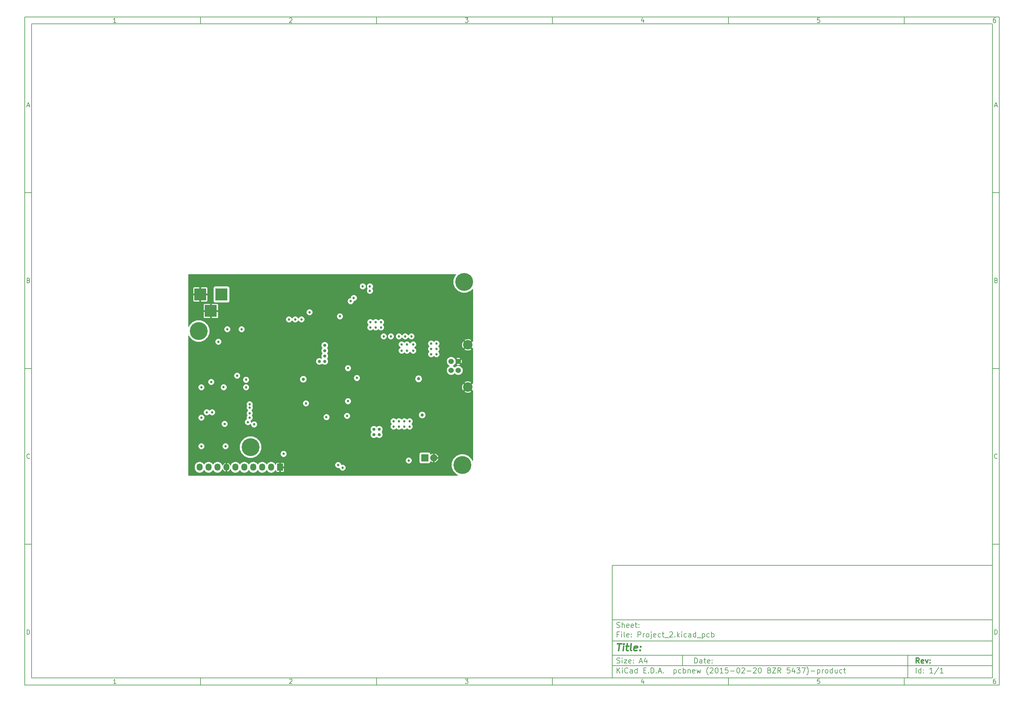
<source format=gbr>
G04 #@! TF.FileFunction,Copper,L3,Inr,Plane*
%FSLAX46Y46*%
G04 Gerber Fmt 4.6, Leading zero omitted, Abs format (unit mm)*
G04 Created by KiCad (PCBNEW (2015-02-20 BZR 5437)-product) date Friday, March 13, 2015 'PMt' 12:32:41 PM*
%MOMM*%
G01*
G04 APERTURE LIST*
%ADD10C,0.100000*%
%ADD11C,0.150000*%
%ADD12C,0.300000*%
%ADD13C,0.400000*%
%ADD14R,1.727200X2.032000*%
%ADD15O,1.727200X2.032000*%
%ADD16C,5.080000*%
%ADD17C,1.524000*%
%ADD18C,2.700020*%
%ADD19R,3.500120X3.500120*%
%ADD20R,2.032000X2.032000*%
%ADD21O,2.032000X2.032000*%
%ADD22C,0.685800*%
%ADD23C,0.889000*%
%ADD24C,0.254000*%
G04 APERTURE END LIST*
D10*
D11*
X177002200Y-166007200D02*
X177002200Y-198007200D01*
X285002200Y-198007200D01*
X285002200Y-166007200D01*
X177002200Y-166007200D01*
D10*
D11*
X10000000Y-10000000D02*
X10000000Y-200007200D01*
X287002200Y-200007200D01*
X287002200Y-10000000D01*
X10000000Y-10000000D01*
D10*
D11*
X12000000Y-12000000D02*
X12000000Y-198007200D01*
X285002200Y-198007200D01*
X285002200Y-12000000D01*
X12000000Y-12000000D01*
D10*
D11*
X60000000Y-12000000D02*
X60000000Y-10000000D01*
D10*
D11*
X110000000Y-12000000D02*
X110000000Y-10000000D01*
D10*
D11*
X160000000Y-12000000D02*
X160000000Y-10000000D01*
D10*
D11*
X210000000Y-12000000D02*
X210000000Y-10000000D01*
D10*
D11*
X260000000Y-12000000D02*
X260000000Y-10000000D01*
D10*
D11*
X35990476Y-11588095D02*
X35247619Y-11588095D01*
X35619048Y-11588095D02*
X35619048Y-10288095D01*
X35495238Y-10473810D01*
X35371429Y-10597619D01*
X35247619Y-10659524D01*
D10*
D11*
X85247619Y-10411905D02*
X85309524Y-10350000D01*
X85433333Y-10288095D01*
X85742857Y-10288095D01*
X85866667Y-10350000D01*
X85928571Y-10411905D01*
X85990476Y-10535714D01*
X85990476Y-10659524D01*
X85928571Y-10845238D01*
X85185714Y-11588095D01*
X85990476Y-11588095D01*
D10*
D11*
X135185714Y-10288095D02*
X135990476Y-10288095D01*
X135557143Y-10783333D01*
X135742857Y-10783333D01*
X135866667Y-10845238D01*
X135928571Y-10907143D01*
X135990476Y-11030952D01*
X135990476Y-11340476D01*
X135928571Y-11464286D01*
X135866667Y-11526190D01*
X135742857Y-11588095D01*
X135371429Y-11588095D01*
X135247619Y-11526190D01*
X135185714Y-11464286D01*
D10*
D11*
X185866667Y-10721429D02*
X185866667Y-11588095D01*
X185557143Y-10226190D02*
X185247619Y-11154762D01*
X186052381Y-11154762D01*
D10*
D11*
X235928571Y-10288095D02*
X235309524Y-10288095D01*
X235247619Y-10907143D01*
X235309524Y-10845238D01*
X235433333Y-10783333D01*
X235742857Y-10783333D01*
X235866667Y-10845238D01*
X235928571Y-10907143D01*
X235990476Y-11030952D01*
X235990476Y-11340476D01*
X235928571Y-11464286D01*
X235866667Y-11526190D01*
X235742857Y-11588095D01*
X235433333Y-11588095D01*
X235309524Y-11526190D01*
X235247619Y-11464286D01*
D10*
D11*
X285866667Y-10288095D02*
X285619048Y-10288095D01*
X285495238Y-10350000D01*
X285433333Y-10411905D01*
X285309524Y-10597619D01*
X285247619Y-10845238D01*
X285247619Y-11340476D01*
X285309524Y-11464286D01*
X285371429Y-11526190D01*
X285495238Y-11588095D01*
X285742857Y-11588095D01*
X285866667Y-11526190D01*
X285928571Y-11464286D01*
X285990476Y-11340476D01*
X285990476Y-11030952D01*
X285928571Y-10907143D01*
X285866667Y-10845238D01*
X285742857Y-10783333D01*
X285495238Y-10783333D01*
X285371429Y-10845238D01*
X285309524Y-10907143D01*
X285247619Y-11030952D01*
D10*
D11*
X60000000Y-198007200D02*
X60000000Y-200007200D01*
D10*
D11*
X110000000Y-198007200D02*
X110000000Y-200007200D01*
D10*
D11*
X160000000Y-198007200D02*
X160000000Y-200007200D01*
D10*
D11*
X210000000Y-198007200D02*
X210000000Y-200007200D01*
D10*
D11*
X260000000Y-198007200D02*
X260000000Y-200007200D01*
D10*
D11*
X35990476Y-199595295D02*
X35247619Y-199595295D01*
X35619048Y-199595295D02*
X35619048Y-198295295D01*
X35495238Y-198481010D01*
X35371429Y-198604819D01*
X35247619Y-198666724D01*
D10*
D11*
X85247619Y-198419105D02*
X85309524Y-198357200D01*
X85433333Y-198295295D01*
X85742857Y-198295295D01*
X85866667Y-198357200D01*
X85928571Y-198419105D01*
X85990476Y-198542914D01*
X85990476Y-198666724D01*
X85928571Y-198852438D01*
X85185714Y-199595295D01*
X85990476Y-199595295D01*
D10*
D11*
X135185714Y-198295295D02*
X135990476Y-198295295D01*
X135557143Y-198790533D01*
X135742857Y-198790533D01*
X135866667Y-198852438D01*
X135928571Y-198914343D01*
X135990476Y-199038152D01*
X135990476Y-199347676D01*
X135928571Y-199471486D01*
X135866667Y-199533390D01*
X135742857Y-199595295D01*
X135371429Y-199595295D01*
X135247619Y-199533390D01*
X135185714Y-199471486D01*
D10*
D11*
X185866667Y-198728629D02*
X185866667Y-199595295D01*
X185557143Y-198233390D02*
X185247619Y-199161962D01*
X186052381Y-199161962D01*
D10*
D11*
X235928571Y-198295295D02*
X235309524Y-198295295D01*
X235247619Y-198914343D01*
X235309524Y-198852438D01*
X235433333Y-198790533D01*
X235742857Y-198790533D01*
X235866667Y-198852438D01*
X235928571Y-198914343D01*
X235990476Y-199038152D01*
X235990476Y-199347676D01*
X235928571Y-199471486D01*
X235866667Y-199533390D01*
X235742857Y-199595295D01*
X235433333Y-199595295D01*
X235309524Y-199533390D01*
X235247619Y-199471486D01*
D10*
D11*
X285866667Y-198295295D02*
X285619048Y-198295295D01*
X285495238Y-198357200D01*
X285433333Y-198419105D01*
X285309524Y-198604819D01*
X285247619Y-198852438D01*
X285247619Y-199347676D01*
X285309524Y-199471486D01*
X285371429Y-199533390D01*
X285495238Y-199595295D01*
X285742857Y-199595295D01*
X285866667Y-199533390D01*
X285928571Y-199471486D01*
X285990476Y-199347676D01*
X285990476Y-199038152D01*
X285928571Y-198914343D01*
X285866667Y-198852438D01*
X285742857Y-198790533D01*
X285495238Y-198790533D01*
X285371429Y-198852438D01*
X285309524Y-198914343D01*
X285247619Y-199038152D01*
D10*
D11*
X10000000Y-60000000D02*
X12000000Y-60000000D01*
D10*
D11*
X10000000Y-110000000D02*
X12000000Y-110000000D01*
D10*
D11*
X10000000Y-160000000D02*
X12000000Y-160000000D01*
D10*
D11*
X10690476Y-35216667D02*
X11309524Y-35216667D01*
X10566667Y-35588095D02*
X11000000Y-34288095D01*
X11433333Y-35588095D01*
D10*
D11*
X11092857Y-84907143D02*
X11278571Y-84969048D01*
X11340476Y-85030952D01*
X11402381Y-85154762D01*
X11402381Y-85340476D01*
X11340476Y-85464286D01*
X11278571Y-85526190D01*
X11154762Y-85588095D01*
X10659524Y-85588095D01*
X10659524Y-84288095D01*
X11092857Y-84288095D01*
X11216667Y-84350000D01*
X11278571Y-84411905D01*
X11340476Y-84535714D01*
X11340476Y-84659524D01*
X11278571Y-84783333D01*
X11216667Y-84845238D01*
X11092857Y-84907143D01*
X10659524Y-84907143D01*
D10*
D11*
X11402381Y-135464286D02*
X11340476Y-135526190D01*
X11154762Y-135588095D01*
X11030952Y-135588095D01*
X10845238Y-135526190D01*
X10721429Y-135402381D01*
X10659524Y-135278571D01*
X10597619Y-135030952D01*
X10597619Y-134845238D01*
X10659524Y-134597619D01*
X10721429Y-134473810D01*
X10845238Y-134350000D01*
X11030952Y-134288095D01*
X11154762Y-134288095D01*
X11340476Y-134350000D01*
X11402381Y-134411905D01*
D10*
D11*
X10659524Y-185588095D02*
X10659524Y-184288095D01*
X10969048Y-184288095D01*
X11154762Y-184350000D01*
X11278571Y-184473810D01*
X11340476Y-184597619D01*
X11402381Y-184845238D01*
X11402381Y-185030952D01*
X11340476Y-185278571D01*
X11278571Y-185402381D01*
X11154762Y-185526190D01*
X10969048Y-185588095D01*
X10659524Y-185588095D01*
D10*
D11*
X287002200Y-60000000D02*
X285002200Y-60000000D01*
D10*
D11*
X287002200Y-110000000D02*
X285002200Y-110000000D01*
D10*
D11*
X287002200Y-160000000D02*
X285002200Y-160000000D01*
D10*
D11*
X285692676Y-35216667D02*
X286311724Y-35216667D01*
X285568867Y-35588095D02*
X286002200Y-34288095D01*
X286435533Y-35588095D01*
D10*
D11*
X286095057Y-84907143D02*
X286280771Y-84969048D01*
X286342676Y-85030952D01*
X286404581Y-85154762D01*
X286404581Y-85340476D01*
X286342676Y-85464286D01*
X286280771Y-85526190D01*
X286156962Y-85588095D01*
X285661724Y-85588095D01*
X285661724Y-84288095D01*
X286095057Y-84288095D01*
X286218867Y-84350000D01*
X286280771Y-84411905D01*
X286342676Y-84535714D01*
X286342676Y-84659524D01*
X286280771Y-84783333D01*
X286218867Y-84845238D01*
X286095057Y-84907143D01*
X285661724Y-84907143D01*
D10*
D11*
X286404581Y-135464286D02*
X286342676Y-135526190D01*
X286156962Y-135588095D01*
X286033152Y-135588095D01*
X285847438Y-135526190D01*
X285723629Y-135402381D01*
X285661724Y-135278571D01*
X285599819Y-135030952D01*
X285599819Y-134845238D01*
X285661724Y-134597619D01*
X285723629Y-134473810D01*
X285847438Y-134350000D01*
X286033152Y-134288095D01*
X286156962Y-134288095D01*
X286342676Y-134350000D01*
X286404581Y-134411905D01*
D10*
D11*
X285661724Y-185588095D02*
X285661724Y-184288095D01*
X285971248Y-184288095D01*
X286156962Y-184350000D01*
X286280771Y-184473810D01*
X286342676Y-184597619D01*
X286404581Y-184845238D01*
X286404581Y-185030952D01*
X286342676Y-185278571D01*
X286280771Y-185402381D01*
X286156962Y-185526190D01*
X285971248Y-185588095D01*
X285661724Y-185588095D01*
D10*
D11*
X200359343Y-193785771D02*
X200359343Y-192285771D01*
X200716486Y-192285771D01*
X200930771Y-192357200D01*
X201073629Y-192500057D01*
X201145057Y-192642914D01*
X201216486Y-192928629D01*
X201216486Y-193142914D01*
X201145057Y-193428629D01*
X201073629Y-193571486D01*
X200930771Y-193714343D01*
X200716486Y-193785771D01*
X200359343Y-193785771D01*
X202502200Y-193785771D02*
X202502200Y-193000057D01*
X202430771Y-192857200D01*
X202287914Y-192785771D01*
X202002200Y-192785771D01*
X201859343Y-192857200D01*
X202502200Y-193714343D02*
X202359343Y-193785771D01*
X202002200Y-193785771D01*
X201859343Y-193714343D01*
X201787914Y-193571486D01*
X201787914Y-193428629D01*
X201859343Y-193285771D01*
X202002200Y-193214343D01*
X202359343Y-193214343D01*
X202502200Y-193142914D01*
X203002200Y-192785771D02*
X203573629Y-192785771D01*
X203216486Y-192285771D02*
X203216486Y-193571486D01*
X203287914Y-193714343D01*
X203430772Y-193785771D01*
X203573629Y-193785771D01*
X204645057Y-193714343D02*
X204502200Y-193785771D01*
X204216486Y-193785771D01*
X204073629Y-193714343D01*
X204002200Y-193571486D01*
X204002200Y-193000057D01*
X204073629Y-192857200D01*
X204216486Y-192785771D01*
X204502200Y-192785771D01*
X204645057Y-192857200D01*
X204716486Y-193000057D01*
X204716486Y-193142914D01*
X204002200Y-193285771D01*
X205359343Y-193642914D02*
X205430771Y-193714343D01*
X205359343Y-193785771D01*
X205287914Y-193714343D01*
X205359343Y-193642914D01*
X205359343Y-193785771D01*
X205359343Y-192857200D02*
X205430771Y-192928629D01*
X205359343Y-193000057D01*
X205287914Y-192928629D01*
X205359343Y-192857200D01*
X205359343Y-193000057D01*
D10*
D11*
X177002200Y-194507200D02*
X285002200Y-194507200D01*
D10*
D11*
X178359343Y-196585771D02*
X178359343Y-195085771D01*
X179216486Y-196585771D02*
X178573629Y-195728629D01*
X179216486Y-195085771D02*
X178359343Y-195942914D01*
X179859343Y-196585771D02*
X179859343Y-195585771D01*
X179859343Y-195085771D02*
X179787914Y-195157200D01*
X179859343Y-195228629D01*
X179930771Y-195157200D01*
X179859343Y-195085771D01*
X179859343Y-195228629D01*
X181430772Y-196442914D02*
X181359343Y-196514343D01*
X181145057Y-196585771D01*
X181002200Y-196585771D01*
X180787915Y-196514343D01*
X180645057Y-196371486D01*
X180573629Y-196228629D01*
X180502200Y-195942914D01*
X180502200Y-195728629D01*
X180573629Y-195442914D01*
X180645057Y-195300057D01*
X180787915Y-195157200D01*
X181002200Y-195085771D01*
X181145057Y-195085771D01*
X181359343Y-195157200D01*
X181430772Y-195228629D01*
X182716486Y-196585771D02*
X182716486Y-195800057D01*
X182645057Y-195657200D01*
X182502200Y-195585771D01*
X182216486Y-195585771D01*
X182073629Y-195657200D01*
X182716486Y-196514343D02*
X182573629Y-196585771D01*
X182216486Y-196585771D01*
X182073629Y-196514343D01*
X182002200Y-196371486D01*
X182002200Y-196228629D01*
X182073629Y-196085771D01*
X182216486Y-196014343D01*
X182573629Y-196014343D01*
X182716486Y-195942914D01*
X184073629Y-196585771D02*
X184073629Y-195085771D01*
X184073629Y-196514343D02*
X183930772Y-196585771D01*
X183645058Y-196585771D01*
X183502200Y-196514343D01*
X183430772Y-196442914D01*
X183359343Y-196300057D01*
X183359343Y-195871486D01*
X183430772Y-195728629D01*
X183502200Y-195657200D01*
X183645058Y-195585771D01*
X183930772Y-195585771D01*
X184073629Y-195657200D01*
X185930772Y-195800057D02*
X186430772Y-195800057D01*
X186645058Y-196585771D02*
X185930772Y-196585771D01*
X185930772Y-195085771D01*
X186645058Y-195085771D01*
X187287915Y-196442914D02*
X187359343Y-196514343D01*
X187287915Y-196585771D01*
X187216486Y-196514343D01*
X187287915Y-196442914D01*
X187287915Y-196585771D01*
X188002201Y-196585771D02*
X188002201Y-195085771D01*
X188359344Y-195085771D01*
X188573629Y-195157200D01*
X188716487Y-195300057D01*
X188787915Y-195442914D01*
X188859344Y-195728629D01*
X188859344Y-195942914D01*
X188787915Y-196228629D01*
X188716487Y-196371486D01*
X188573629Y-196514343D01*
X188359344Y-196585771D01*
X188002201Y-196585771D01*
X189502201Y-196442914D02*
X189573629Y-196514343D01*
X189502201Y-196585771D01*
X189430772Y-196514343D01*
X189502201Y-196442914D01*
X189502201Y-196585771D01*
X190145058Y-196157200D02*
X190859344Y-196157200D01*
X190002201Y-196585771D02*
X190502201Y-195085771D01*
X191002201Y-196585771D01*
X191502201Y-196442914D02*
X191573629Y-196514343D01*
X191502201Y-196585771D01*
X191430772Y-196514343D01*
X191502201Y-196442914D01*
X191502201Y-196585771D01*
X194502201Y-195585771D02*
X194502201Y-197085771D01*
X194502201Y-195657200D02*
X194645058Y-195585771D01*
X194930772Y-195585771D01*
X195073629Y-195657200D01*
X195145058Y-195728629D01*
X195216487Y-195871486D01*
X195216487Y-196300057D01*
X195145058Y-196442914D01*
X195073629Y-196514343D01*
X194930772Y-196585771D01*
X194645058Y-196585771D01*
X194502201Y-196514343D01*
X196502201Y-196514343D02*
X196359344Y-196585771D01*
X196073630Y-196585771D01*
X195930772Y-196514343D01*
X195859344Y-196442914D01*
X195787915Y-196300057D01*
X195787915Y-195871486D01*
X195859344Y-195728629D01*
X195930772Y-195657200D01*
X196073630Y-195585771D01*
X196359344Y-195585771D01*
X196502201Y-195657200D01*
X197145058Y-196585771D02*
X197145058Y-195085771D01*
X197145058Y-195657200D02*
X197287915Y-195585771D01*
X197573629Y-195585771D01*
X197716486Y-195657200D01*
X197787915Y-195728629D01*
X197859344Y-195871486D01*
X197859344Y-196300057D01*
X197787915Y-196442914D01*
X197716486Y-196514343D01*
X197573629Y-196585771D01*
X197287915Y-196585771D01*
X197145058Y-196514343D01*
X198502201Y-195585771D02*
X198502201Y-196585771D01*
X198502201Y-195728629D02*
X198573629Y-195657200D01*
X198716487Y-195585771D01*
X198930772Y-195585771D01*
X199073629Y-195657200D01*
X199145058Y-195800057D01*
X199145058Y-196585771D01*
X200430772Y-196514343D02*
X200287915Y-196585771D01*
X200002201Y-196585771D01*
X199859344Y-196514343D01*
X199787915Y-196371486D01*
X199787915Y-195800057D01*
X199859344Y-195657200D01*
X200002201Y-195585771D01*
X200287915Y-195585771D01*
X200430772Y-195657200D01*
X200502201Y-195800057D01*
X200502201Y-195942914D01*
X199787915Y-196085771D01*
X201002201Y-195585771D02*
X201287915Y-196585771D01*
X201573629Y-195871486D01*
X201859344Y-196585771D01*
X202145058Y-195585771D01*
X204287915Y-197157200D02*
X204216487Y-197085771D01*
X204073630Y-196871486D01*
X204002201Y-196728629D01*
X203930772Y-196514343D01*
X203859344Y-196157200D01*
X203859344Y-195871486D01*
X203930772Y-195514343D01*
X204002201Y-195300057D01*
X204073630Y-195157200D01*
X204216487Y-194942914D01*
X204287915Y-194871486D01*
X204787915Y-195228629D02*
X204859344Y-195157200D01*
X205002201Y-195085771D01*
X205359344Y-195085771D01*
X205502201Y-195157200D01*
X205573630Y-195228629D01*
X205645058Y-195371486D01*
X205645058Y-195514343D01*
X205573630Y-195728629D01*
X204716487Y-196585771D01*
X205645058Y-196585771D01*
X206573629Y-195085771D02*
X206716486Y-195085771D01*
X206859343Y-195157200D01*
X206930772Y-195228629D01*
X207002201Y-195371486D01*
X207073629Y-195657200D01*
X207073629Y-196014343D01*
X207002201Y-196300057D01*
X206930772Y-196442914D01*
X206859343Y-196514343D01*
X206716486Y-196585771D01*
X206573629Y-196585771D01*
X206430772Y-196514343D01*
X206359343Y-196442914D01*
X206287915Y-196300057D01*
X206216486Y-196014343D01*
X206216486Y-195657200D01*
X206287915Y-195371486D01*
X206359343Y-195228629D01*
X206430772Y-195157200D01*
X206573629Y-195085771D01*
X208502200Y-196585771D02*
X207645057Y-196585771D01*
X208073629Y-196585771D02*
X208073629Y-195085771D01*
X207930772Y-195300057D01*
X207787914Y-195442914D01*
X207645057Y-195514343D01*
X209859343Y-195085771D02*
X209145057Y-195085771D01*
X209073628Y-195800057D01*
X209145057Y-195728629D01*
X209287914Y-195657200D01*
X209645057Y-195657200D01*
X209787914Y-195728629D01*
X209859343Y-195800057D01*
X209930771Y-195942914D01*
X209930771Y-196300057D01*
X209859343Y-196442914D01*
X209787914Y-196514343D01*
X209645057Y-196585771D01*
X209287914Y-196585771D01*
X209145057Y-196514343D01*
X209073628Y-196442914D01*
X210573628Y-196014343D02*
X211716485Y-196014343D01*
X212716485Y-195085771D02*
X212859342Y-195085771D01*
X213002199Y-195157200D01*
X213073628Y-195228629D01*
X213145057Y-195371486D01*
X213216485Y-195657200D01*
X213216485Y-196014343D01*
X213145057Y-196300057D01*
X213073628Y-196442914D01*
X213002199Y-196514343D01*
X212859342Y-196585771D01*
X212716485Y-196585771D01*
X212573628Y-196514343D01*
X212502199Y-196442914D01*
X212430771Y-196300057D01*
X212359342Y-196014343D01*
X212359342Y-195657200D01*
X212430771Y-195371486D01*
X212502199Y-195228629D01*
X212573628Y-195157200D01*
X212716485Y-195085771D01*
X213787913Y-195228629D02*
X213859342Y-195157200D01*
X214002199Y-195085771D01*
X214359342Y-195085771D01*
X214502199Y-195157200D01*
X214573628Y-195228629D01*
X214645056Y-195371486D01*
X214645056Y-195514343D01*
X214573628Y-195728629D01*
X213716485Y-196585771D01*
X214645056Y-196585771D01*
X215287913Y-196014343D02*
X216430770Y-196014343D01*
X217073627Y-195228629D02*
X217145056Y-195157200D01*
X217287913Y-195085771D01*
X217645056Y-195085771D01*
X217787913Y-195157200D01*
X217859342Y-195228629D01*
X217930770Y-195371486D01*
X217930770Y-195514343D01*
X217859342Y-195728629D01*
X217002199Y-196585771D01*
X217930770Y-196585771D01*
X218859341Y-195085771D02*
X219002198Y-195085771D01*
X219145055Y-195157200D01*
X219216484Y-195228629D01*
X219287913Y-195371486D01*
X219359341Y-195657200D01*
X219359341Y-196014343D01*
X219287913Y-196300057D01*
X219216484Y-196442914D01*
X219145055Y-196514343D01*
X219002198Y-196585771D01*
X218859341Y-196585771D01*
X218716484Y-196514343D01*
X218645055Y-196442914D01*
X218573627Y-196300057D01*
X218502198Y-196014343D01*
X218502198Y-195657200D01*
X218573627Y-195371486D01*
X218645055Y-195228629D01*
X218716484Y-195157200D01*
X218859341Y-195085771D01*
X221645055Y-195800057D02*
X221859341Y-195871486D01*
X221930769Y-195942914D01*
X222002198Y-196085771D01*
X222002198Y-196300057D01*
X221930769Y-196442914D01*
X221859341Y-196514343D01*
X221716483Y-196585771D01*
X221145055Y-196585771D01*
X221145055Y-195085771D01*
X221645055Y-195085771D01*
X221787912Y-195157200D01*
X221859341Y-195228629D01*
X221930769Y-195371486D01*
X221930769Y-195514343D01*
X221859341Y-195657200D01*
X221787912Y-195728629D01*
X221645055Y-195800057D01*
X221145055Y-195800057D01*
X222502198Y-195085771D02*
X223502198Y-195085771D01*
X222502198Y-196585771D01*
X223502198Y-196585771D01*
X224930769Y-196585771D02*
X224430769Y-195871486D01*
X224073626Y-196585771D02*
X224073626Y-195085771D01*
X224645054Y-195085771D01*
X224787912Y-195157200D01*
X224859340Y-195228629D01*
X224930769Y-195371486D01*
X224930769Y-195585771D01*
X224859340Y-195728629D01*
X224787912Y-195800057D01*
X224645054Y-195871486D01*
X224073626Y-195871486D01*
X227430769Y-195085771D02*
X226716483Y-195085771D01*
X226645054Y-195800057D01*
X226716483Y-195728629D01*
X226859340Y-195657200D01*
X227216483Y-195657200D01*
X227359340Y-195728629D01*
X227430769Y-195800057D01*
X227502197Y-195942914D01*
X227502197Y-196300057D01*
X227430769Y-196442914D01*
X227359340Y-196514343D01*
X227216483Y-196585771D01*
X226859340Y-196585771D01*
X226716483Y-196514343D01*
X226645054Y-196442914D01*
X228787911Y-195585771D02*
X228787911Y-196585771D01*
X228430768Y-195014343D02*
X228073625Y-196085771D01*
X229002197Y-196085771D01*
X229430768Y-195085771D02*
X230359339Y-195085771D01*
X229859339Y-195657200D01*
X230073625Y-195657200D01*
X230216482Y-195728629D01*
X230287911Y-195800057D01*
X230359339Y-195942914D01*
X230359339Y-196300057D01*
X230287911Y-196442914D01*
X230216482Y-196514343D01*
X230073625Y-196585771D01*
X229645053Y-196585771D01*
X229502196Y-196514343D01*
X229430768Y-196442914D01*
X230859339Y-195085771D02*
X231859339Y-195085771D01*
X231216482Y-196585771D01*
X232287910Y-197157200D02*
X232359338Y-197085771D01*
X232502195Y-196871486D01*
X232573624Y-196728629D01*
X232645053Y-196514343D01*
X232716481Y-196157200D01*
X232716481Y-195871486D01*
X232645053Y-195514343D01*
X232573624Y-195300057D01*
X232502195Y-195157200D01*
X232359338Y-194942914D01*
X232287910Y-194871486D01*
X233430767Y-196014343D02*
X234573624Y-196014343D01*
X235287910Y-195585771D02*
X235287910Y-197085771D01*
X235287910Y-195657200D02*
X235430767Y-195585771D01*
X235716481Y-195585771D01*
X235859338Y-195657200D01*
X235930767Y-195728629D01*
X236002196Y-195871486D01*
X236002196Y-196300057D01*
X235930767Y-196442914D01*
X235859338Y-196514343D01*
X235716481Y-196585771D01*
X235430767Y-196585771D01*
X235287910Y-196514343D01*
X236645053Y-196585771D02*
X236645053Y-195585771D01*
X236645053Y-195871486D02*
X236716481Y-195728629D01*
X236787910Y-195657200D01*
X236930767Y-195585771D01*
X237073624Y-195585771D01*
X237787910Y-196585771D02*
X237645052Y-196514343D01*
X237573624Y-196442914D01*
X237502195Y-196300057D01*
X237502195Y-195871486D01*
X237573624Y-195728629D01*
X237645052Y-195657200D01*
X237787910Y-195585771D01*
X238002195Y-195585771D01*
X238145052Y-195657200D01*
X238216481Y-195728629D01*
X238287910Y-195871486D01*
X238287910Y-196300057D01*
X238216481Y-196442914D01*
X238145052Y-196514343D01*
X238002195Y-196585771D01*
X237787910Y-196585771D01*
X239573624Y-196585771D02*
X239573624Y-195085771D01*
X239573624Y-196514343D02*
X239430767Y-196585771D01*
X239145053Y-196585771D01*
X239002195Y-196514343D01*
X238930767Y-196442914D01*
X238859338Y-196300057D01*
X238859338Y-195871486D01*
X238930767Y-195728629D01*
X239002195Y-195657200D01*
X239145053Y-195585771D01*
X239430767Y-195585771D01*
X239573624Y-195657200D01*
X240930767Y-195585771D02*
X240930767Y-196585771D01*
X240287910Y-195585771D02*
X240287910Y-196371486D01*
X240359338Y-196514343D01*
X240502196Y-196585771D01*
X240716481Y-196585771D01*
X240859338Y-196514343D01*
X240930767Y-196442914D01*
X242287910Y-196514343D02*
X242145053Y-196585771D01*
X241859339Y-196585771D01*
X241716481Y-196514343D01*
X241645053Y-196442914D01*
X241573624Y-196300057D01*
X241573624Y-195871486D01*
X241645053Y-195728629D01*
X241716481Y-195657200D01*
X241859339Y-195585771D01*
X242145053Y-195585771D01*
X242287910Y-195657200D01*
X242716481Y-195585771D02*
X243287910Y-195585771D01*
X242930767Y-195085771D02*
X242930767Y-196371486D01*
X243002195Y-196514343D01*
X243145053Y-196585771D01*
X243287910Y-196585771D01*
D10*
D11*
X177002200Y-191507200D02*
X285002200Y-191507200D01*
D10*
D12*
X264216486Y-193785771D02*
X263716486Y-193071486D01*
X263359343Y-193785771D02*
X263359343Y-192285771D01*
X263930771Y-192285771D01*
X264073629Y-192357200D01*
X264145057Y-192428629D01*
X264216486Y-192571486D01*
X264216486Y-192785771D01*
X264145057Y-192928629D01*
X264073629Y-193000057D01*
X263930771Y-193071486D01*
X263359343Y-193071486D01*
X265430771Y-193714343D02*
X265287914Y-193785771D01*
X265002200Y-193785771D01*
X264859343Y-193714343D01*
X264787914Y-193571486D01*
X264787914Y-193000057D01*
X264859343Y-192857200D01*
X265002200Y-192785771D01*
X265287914Y-192785771D01*
X265430771Y-192857200D01*
X265502200Y-193000057D01*
X265502200Y-193142914D01*
X264787914Y-193285771D01*
X266002200Y-192785771D02*
X266359343Y-193785771D01*
X266716485Y-192785771D01*
X267287914Y-193642914D02*
X267359342Y-193714343D01*
X267287914Y-193785771D01*
X267216485Y-193714343D01*
X267287914Y-193642914D01*
X267287914Y-193785771D01*
X267287914Y-192857200D02*
X267359342Y-192928629D01*
X267287914Y-193000057D01*
X267216485Y-192928629D01*
X267287914Y-192857200D01*
X267287914Y-193000057D01*
D10*
D11*
X178287914Y-193714343D02*
X178502200Y-193785771D01*
X178859343Y-193785771D01*
X179002200Y-193714343D01*
X179073629Y-193642914D01*
X179145057Y-193500057D01*
X179145057Y-193357200D01*
X179073629Y-193214343D01*
X179002200Y-193142914D01*
X178859343Y-193071486D01*
X178573629Y-193000057D01*
X178430771Y-192928629D01*
X178359343Y-192857200D01*
X178287914Y-192714343D01*
X178287914Y-192571486D01*
X178359343Y-192428629D01*
X178430771Y-192357200D01*
X178573629Y-192285771D01*
X178930771Y-192285771D01*
X179145057Y-192357200D01*
X179787914Y-193785771D02*
X179787914Y-192785771D01*
X179787914Y-192285771D02*
X179716485Y-192357200D01*
X179787914Y-192428629D01*
X179859342Y-192357200D01*
X179787914Y-192285771D01*
X179787914Y-192428629D01*
X180359343Y-192785771D02*
X181145057Y-192785771D01*
X180359343Y-193785771D01*
X181145057Y-193785771D01*
X182287914Y-193714343D02*
X182145057Y-193785771D01*
X181859343Y-193785771D01*
X181716486Y-193714343D01*
X181645057Y-193571486D01*
X181645057Y-193000057D01*
X181716486Y-192857200D01*
X181859343Y-192785771D01*
X182145057Y-192785771D01*
X182287914Y-192857200D01*
X182359343Y-193000057D01*
X182359343Y-193142914D01*
X181645057Y-193285771D01*
X183002200Y-193642914D02*
X183073628Y-193714343D01*
X183002200Y-193785771D01*
X182930771Y-193714343D01*
X183002200Y-193642914D01*
X183002200Y-193785771D01*
X183002200Y-192857200D02*
X183073628Y-192928629D01*
X183002200Y-193000057D01*
X182930771Y-192928629D01*
X183002200Y-192857200D01*
X183002200Y-193000057D01*
X184787914Y-193357200D02*
X185502200Y-193357200D01*
X184645057Y-193785771D02*
X185145057Y-192285771D01*
X185645057Y-193785771D01*
X186787914Y-192785771D02*
X186787914Y-193785771D01*
X186430771Y-192214343D02*
X186073628Y-193285771D01*
X187002200Y-193285771D01*
D10*
D11*
X263359343Y-196585771D02*
X263359343Y-195085771D01*
X264716486Y-196585771D02*
X264716486Y-195085771D01*
X264716486Y-196514343D02*
X264573629Y-196585771D01*
X264287915Y-196585771D01*
X264145057Y-196514343D01*
X264073629Y-196442914D01*
X264002200Y-196300057D01*
X264002200Y-195871486D01*
X264073629Y-195728629D01*
X264145057Y-195657200D01*
X264287915Y-195585771D01*
X264573629Y-195585771D01*
X264716486Y-195657200D01*
X265430772Y-196442914D02*
X265502200Y-196514343D01*
X265430772Y-196585771D01*
X265359343Y-196514343D01*
X265430772Y-196442914D01*
X265430772Y-196585771D01*
X265430772Y-195657200D02*
X265502200Y-195728629D01*
X265430772Y-195800057D01*
X265359343Y-195728629D01*
X265430772Y-195657200D01*
X265430772Y-195800057D01*
X268073629Y-196585771D02*
X267216486Y-196585771D01*
X267645058Y-196585771D02*
X267645058Y-195085771D01*
X267502201Y-195300057D01*
X267359343Y-195442914D01*
X267216486Y-195514343D01*
X269787914Y-195014343D02*
X268502200Y-196942914D01*
X271073629Y-196585771D02*
X270216486Y-196585771D01*
X270645058Y-196585771D02*
X270645058Y-195085771D01*
X270502201Y-195300057D01*
X270359343Y-195442914D01*
X270216486Y-195514343D01*
D10*
D11*
X177002200Y-187507200D02*
X285002200Y-187507200D01*
D10*
D13*
X178454581Y-188211962D02*
X179597438Y-188211962D01*
X178776010Y-190211962D02*
X179026010Y-188211962D01*
X180014105Y-190211962D02*
X180180771Y-188878629D01*
X180264105Y-188211962D02*
X180156962Y-188307200D01*
X180240295Y-188402438D01*
X180347439Y-188307200D01*
X180264105Y-188211962D01*
X180240295Y-188402438D01*
X180847438Y-188878629D02*
X181609343Y-188878629D01*
X181216486Y-188211962D02*
X181002200Y-189926248D01*
X181073630Y-190116724D01*
X181252201Y-190211962D01*
X181442677Y-190211962D01*
X182395058Y-190211962D02*
X182216487Y-190116724D01*
X182145057Y-189926248D01*
X182359343Y-188211962D01*
X183930772Y-190116724D02*
X183728391Y-190211962D01*
X183347439Y-190211962D01*
X183168867Y-190116724D01*
X183097438Y-189926248D01*
X183192676Y-189164343D01*
X183311724Y-188973867D01*
X183514105Y-188878629D01*
X183895057Y-188878629D01*
X184073629Y-188973867D01*
X184145057Y-189164343D01*
X184121248Y-189354819D01*
X183145057Y-189545295D01*
X184895057Y-190021486D02*
X184978392Y-190116724D01*
X184871248Y-190211962D01*
X184787915Y-190116724D01*
X184895057Y-190021486D01*
X184871248Y-190211962D01*
X185026010Y-188973867D02*
X185109344Y-189069105D01*
X185002200Y-189164343D01*
X184918867Y-189069105D01*
X185026010Y-188973867D01*
X185002200Y-189164343D01*
D10*
D11*
X178859343Y-185600057D02*
X178359343Y-185600057D01*
X178359343Y-186385771D02*
X178359343Y-184885771D01*
X179073629Y-184885771D01*
X179645057Y-186385771D02*
X179645057Y-185385771D01*
X179645057Y-184885771D02*
X179573628Y-184957200D01*
X179645057Y-185028629D01*
X179716485Y-184957200D01*
X179645057Y-184885771D01*
X179645057Y-185028629D01*
X180573629Y-186385771D02*
X180430771Y-186314343D01*
X180359343Y-186171486D01*
X180359343Y-184885771D01*
X181716485Y-186314343D02*
X181573628Y-186385771D01*
X181287914Y-186385771D01*
X181145057Y-186314343D01*
X181073628Y-186171486D01*
X181073628Y-185600057D01*
X181145057Y-185457200D01*
X181287914Y-185385771D01*
X181573628Y-185385771D01*
X181716485Y-185457200D01*
X181787914Y-185600057D01*
X181787914Y-185742914D01*
X181073628Y-185885771D01*
X182430771Y-186242914D02*
X182502199Y-186314343D01*
X182430771Y-186385771D01*
X182359342Y-186314343D01*
X182430771Y-186242914D01*
X182430771Y-186385771D01*
X182430771Y-185457200D02*
X182502199Y-185528629D01*
X182430771Y-185600057D01*
X182359342Y-185528629D01*
X182430771Y-185457200D01*
X182430771Y-185600057D01*
X184287914Y-186385771D02*
X184287914Y-184885771D01*
X184859342Y-184885771D01*
X185002200Y-184957200D01*
X185073628Y-185028629D01*
X185145057Y-185171486D01*
X185145057Y-185385771D01*
X185073628Y-185528629D01*
X185002200Y-185600057D01*
X184859342Y-185671486D01*
X184287914Y-185671486D01*
X185787914Y-186385771D02*
X185787914Y-185385771D01*
X185787914Y-185671486D02*
X185859342Y-185528629D01*
X185930771Y-185457200D01*
X186073628Y-185385771D01*
X186216485Y-185385771D01*
X186930771Y-186385771D02*
X186787913Y-186314343D01*
X186716485Y-186242914D01*
X186645056Y-186100057D01*
X186645056Y-185671486D01*
X186716485Y-185528629D01*
X186787913Y-185457200D01*
X186930771Y-185385771D01*
X187145056Y-185385771D01*
X187287913Y-185457200D01*
X187359342Y-185528629D01*
X187430771Y-185671486D01*
X187430771Y-186100057D01*
X187359342Y-186242914D01*
X187287913Y-186314343D01*
X187145056Y-186385771D01*
X186930771Y-186385771D01*
X188073628Y-185385771D02*
X188073628Y-186671486D01*
X188002199Y-186814343D01*
X187859342Y-186885771D01*
X187787914Y-186885771D01*
X188073628Y-184885771D02*
X188002199Y-184957200D01*
X188073628Y-185028629D01*
X188145056Y-184957200D01*
X188073628Y-184885771D01*
X188073628Y-185028629D01*
X189359342Y-186314343D02*
X189216485Y-186385771D01*
X188930771Y-186385771D01*
X188787914Y-186314343D01*
X188716485Y-186171486D01*
X188716485Y-185600057D01*
X188787914Y-185457200D01*
X188930771Y-185385771D01*
X189216485Y-185385771D01*
X189359342Y-185457200D01*
X189430771Y-185600057D01*
X189430771Y-185742914D01*
X188716485Y-185885771D01*
X190716485Y-186314343D02*
X190573628Y-186385771D01*
X190287914Y-186385771D01*
X190145056Y-186314343D01*
X190073628Y-186242914D01*
X190002199Y-186100057D01*
X190002199Y-185671486D01*
X190073628Y-185528629D01*
X190145056Y-185457200D01*
X190287914Y-185385771D01*
X190573628Y-185385771D01*
X190716485Y-185457200D01*
X191145056Y-185385771D02*
X191716485Y-185385771D01*
X191359342Y-184885771D02*
X191359342Y-186171486D01*
X191430770Y-186314343D01*
X191573628Y-186385771D01*
X191716485Y-186385771D01*
X191859342Y-186528629D02*
X193002199Y-186528629D01*
X193287913Y-185028629D02*
X193359342Y-184957200D01*
X193502199Y-184885771D01*
X193859342Y-184885771D01*
X194002199Y-184957200D01*
X194073628Y-185028629D01*
X194145056Y-185171486D01*
X194145056Y-185314343D01*
X194073628Y-185528629D01*
X193216485Y-186385771D01*
X194145056Y-186385771D01*
X194787913Y-186242914D02*
X194859341Y-186314343D01*
X194787913Y-186385771D01*
X194716484Y-186314343D01*
X194787913Y-186242914D01*
X194787913Y-186385771D01*
X195502199Y-186385771D02*
X195502199Y-184885771D01*
X195645056Y-185814343D02*
X196073627Y-186385771D01*
X196073627Y-185385771D02*
X195502199Y-185957200D01*
X196716485Y-186385771D02*
X196716485Y-185385771D01*
X196716485Y-184885771D02*
X196645056Y-184957200D01*
X196716485Y-185028629D01*
X196787913Y-184957200D01*
X196716485Y-184885771D01*
X196716485Y-185028629D01*
X198073628Y-186314343D02*
X197930771Y-186385771D01*
X197645057Y-186385771D01*
X197502199Y-186314343D01*
X197430771Y-186242914D01*
X197359342Y-186100057D01*
X197359342Y-185671486D01*
X197430771Y-185528629D01*
X197502199Y-185457200D01*
X197645057Y-185385771D01*
X197930771Y-185385771D01*
X198073628Y-185457200D01*
X199359342Y-186385771D02*
X199359342Y-185600057D01*
X199287913Y-185457200D01*
X199145056Y-185385771D01*
X198859342Y-185385771D01*
X198716485Y-185457200D01*
X199359342Y-186314343D02*
X199216485Y-186385771D01*
X198859342Y-186385771D01*
X198716485Y-186314343D01*
X198645056Y-186171486D01*
X198645056Y-186028629D01*
X198716485Y-185885771D01*
X198859342Y-185814343D01*
X199216485Y-185814343D01*
X199359342Y-185742914D01*
X200716485Y-186385771D02*
X200716485Y-184885771D01*
X200716485Y-186314343D02*
X200573628Y-186385771D01*
X200287914Y-186385771D01*
X200145056Y-186314343D01*
X200073628Y-186242914D01*
X200002199Y-186100057D01*
X200002199Y-185671486D01*
X200073628Y-185528629D01*
X200145056Y-185457200D01*
X200287914Y-185385771D01*
X200573628Y-185385771D01*
X200716485Y-185457200D01*
X201073628Y-186528629D02*
X202216485Y-186528629D01*
X202573628Y-185385771D02*
X202573628Y-186885771D01*
X202573628Y-185457200D02*
X202716485Y-185385771D01*
X203002199Y-185385771D01*
X203145056Y-185457200D01*
X203216485Y-185528629D01*
X203287914Y-185671486D01*
X203287914Y-186100057D01*
X203216485Y-186242914D01*
X203145056Y-186314343D01*
X203002199Y-186385771D01*
X202716485Y-186385771D01*
X202573628Y-186314343D01*
X204573628Y-186314343D02*
X204430771Y-186385771D01*
X204145057Y-186385771D01*
X204002199Y-186314343D01*
X203930771Y-186242914D01*
X203859342Y-186100057D01*
X203859342Y-185671486D01*
X203930771Y-185528629D01*
X204002199Y-185457200D01*
X204145057Y-185385771D01*
X204430771Y-185385771D01*
X204573628Y-185457200D01*
X205216485Y-186385771D02*
X205216485Y-184885771D01*
X205216485Y-185457200D02*
X205359342Y-185385771D01*
X205645056Y-185385771D01*
X205787913Y-185457200D01*
X205859342Y-185528629D01*
X205930771Y-185671486D01*
X205930771Y-186100057D01*
X205859342Y-186242914D01*
X205787913Y-186314343D01*
X205645056Y-186385771D01*
X205359342Y-186385771D01*
X205216485Y-186314343D01*
D10*
D11*
X177002200Y-181507200D02*
X285002200Y-181507200D01*
D10*
D11*
X178287914Y-183614343D02*
X178502200Y-183685771D01*
X178859343Y-183685771D01*
X179002200Y-183614343D01*
X179073629Y-183542914D01*
X179145057Y-183400057D01*
X179145057Y-183257200D01*
X179073629Y-183114343D01*
X179002200Y-183042914D01*
X178859343Y-182971486D01*
X178573629Y-182900057D01*
X178430771Y-182828629D01*
X178359343Y-182757200D01*
X178287914Y-182614343D01*
X178287914Y-182471486D01*
X178359343Y-182328629D01*
X178430771Y-182257200D01*
X178573629Y-182185771D01*
X178930771Y-182185771D01*
X179145057Y-182257200D01*
X179787914Y-183685771D02*
X179787914Y-182185771D01*
X180430771Y-183685771D02*
X180430771Y-182900057D01*
X180359342Y-182757200D01*
X180216485Y-182685771D01*
X180002200Y-182685771D01*
X179859342Y-182757200D01*
X179787914Y-182828629D01*
X181716485Y-183614343D02*
X181573628Y-183685771D01*
X181287914Y-183685771D01*
X181145057Y-183614343D01*
X181073628Y-183471486D01*
X181073628Y-182900057D01*
X181145057Y-182757200D01*
X181287914Y-182685771D01*
X181573628Y-182685771D01*
X181716485Y-182757200D01*
X181787914Y-182900057D01*
X181787914Y-183042914D01*
X181073628Y-183185771D01*
X183002199Y-183614343D02*
X182859342Y-183685771D01*
X182573628Y-183685771D01*
X182430771Y-183614343D01*
X182359342Y-183471486D01*
X182359342Y-182900057D01*
X182430771Y-182757200D01*
X182573628Y-182685771D01*
X182859342Y-182685771D01*
X183002199Y-182757200D01*
X183073628Y-182900057D01*
X183073628Y-183042914D01*
X182359342Y-183185771D01*
X183502199Y-182685771D02*
X184073628Y-182685771D01*
X183716485Y-182185771D02*
X183716485Y-183471486D01*
X183787913Y-183614343D01*
X183930771Y-183685771D01*
X184073628Y-183685771D01*
X184573628Y-183542914D02*
X184645056Y-183614343D01*
X184573628Y-183685771D01*
X184502199Y-183614343D01*
X184573628Y-183542914D01*
X184573628Y-183685771D01*
X184573628Y-182757200D02*
X184645056Y-182828629D01*
X184573628Y-182900057D01*
X184502199Y-182828629D01*
X184573628Y-182757200D01*
X184573628Y-182900057D01*
D10*
D11*
X197002200Y-191507200D02*
X197002200Y-194507200D01*
D10*
D11*
X261002200Y-191507200D02*
X261002200Y-198007200D01*
D14*
X82550000Y-138049000D03*
D15*
X80010000Y-138049000D03*
X77470000Y-138049000D03*
X74930000Y-138049000D03*
X72390000Y-138049000D03*
X69850000Y-138049000D03*
X67310000Y-138049000D03*
X64770000Y-138049000D03*
X62230000Y-138049000D03*
X59690000Y-138049000D03*
D16*
X74168000Y-132334000D03*
X59436000Y-99314000D03*
X134366000Y-137414000D03*
D17*
X131191000Y-107950000D03*
X131191000Y-110490000D03*
X133189980Y-110490000D03*
X133189980Y-107950000D03*
D18*
X135890000Y-103220520D03*
X135890000Y-115219480D03*
D19*
X65890140Y-88900000D03*
X59890660Y-88900000D03*
X62890400Y-93599000D03*
D20*
X123698000Y-135382000D03*
D21*
X126238000Y-135382000D03*
D16*
X134874000Y-85344000D03*
D22*
X85090000Y-96012000D03*
X86868000Y-96012000D03*
X88646000Y-96012000D03*
X106172000Y-117856000D03*
X104394000Y-115110270D03*
X111252000Y-125476000D03*
X78867000Y-124333000D03*
X78867000Y-122555000D03*
X65532000Y-130556000D03*
X90297000Y-133858000D03*
X67818000Y-119380000D03*
X64770000Y-122428000D03*
X67564000Y-124460000D03*
X62738000Y-112014000D03*
X68072000Y-109474000D03*
X58928000Y-121920000D03*
X59944000Y-113538000D03*
X136398000Y-88646000D03*
X136398000Y-90424000D03*
X136398000Y-91948000D03*
X85852000Y-116840000D03*
X85852000Y-115570000D03*
X119888000Y-115709690D03*
X118364000Y-118110000D03*
X116840000Y-117856000D03*
X75438000Y-128016000D03*
X80581500Y-114871500D03*
X90424000Y-90424000D03*
X85090000Y-94488000D03*
X102870000Y-95885000D03*
X96266000Y-90170000D03*
X75254910Y-109537520D03*
X126492000Y-92710000D03*
X127508000Y-93472000D03*
X64643000Y-118110000D03*
D23*
X99822000Y-127000000D03*
D22*
X99822000Y-125222000D03*
D23*
X101346000Y-131064000D03*
D22*
X94234000Y-116332000D03*
D23*
X99314000Y-84836000D03*
X113284000Y-89154000D03*
D22*
X127508000Y-131572000D03*
X125730000Y-123952000D03*
X125984000Y-127254000D03*
X76708000Y-90678000D03*
X61468000Y-85090000D03*
X120650000Y-110617000D03*
X125222000Y-107950000D03*
X73660000Y-98425000D03*
X94742000Y-96393000D03*
X61976000Y-104394000D03*
X71374000Y-90170000D03*
X105981500Y-102933500D03*
X101155500Y-101600000D03*
X104648000Y-104902000D03*
X104648000Y-106426000D03*
X103124000Y-106426000D03*
X103124000Y-104902000D03*
X83820000Y-132842000D03*
X74676000Y-102108000D03*
X106934000Y-123190000D03*
X118872000Y-109982000D03*
X89916000Y-125222000D03*
X126492000Y-109982000D03*
X62992000Y-129032000D03*
D23*
X89154000Y-113030000D03*
X93726000Y-107950000D03*
X95250000Y-107950000D03*
X95250000Y-106426000D03*
X95250000Y-104902000D03*
X95250000Y-103378000D03*
D22*
X89916000Y-119888000D03*
X66524875Y-115292875D03*
X95738607Y-123801706D03*
X67056000Y-132080000D03*
X60198000Y-132080000D03*
X60198000Y-115316000D03*
X70358000Y-112014000D03*
X62992000Y-113792000D03*
X63246000Y-122428000D03*
X61722000Y-122428000D03*
X60198000Y-123952000D03*
X108204000Y-96774000D03*
X109728000Y-96774000D03*
X111252000Y-96774000D03*
X111252000Y-98298000D03*
X109728000Y-98298000D03*
X108204000Y-98298000D03*
X112014000Y-100838000D03*
X114046000Y-100838000D03*
X116332000Y-100838000D03*
X118110000Y-100838000D03*
X119888000Y-100838000D03*
X66802000Y-125730000D03*
X73406000Y-125222000D03*
X73914000Y-123952000D03*
X73914000Y-122682000D03*
X101854000Y-109855000D03*
D23*
X121920000Y-112903000D03*
X122936000Y-123190000D03*
D22*
X101600000Y-123444000D03*
X104394000Y-112649000D03*
X125497011Y-105918000D03*
X125476000Y-104394000D03*
X125476000Y-102870000D03*
X127000000Y-102870000D03*
X127000000Y-104394000D03*
X127000000Y-105918000D03*
X120396000Y-103124000D03*
X118618000Y-103124000D03*
X117094000Y-103124000D03*
X117094000Y-104902000D03*
X118618000Y-104902000D03*
X120396000Y-104902000D03*
X83566000Y-134239000D03*
X119126000Y-136144000D03*
D23*
X109220000Y-127254000D03*
X109220000Y-128778000D03*
X110744000Y-128778000D03*
X110744000Y-127254000D03*
D22*
X119380000Y-126492000D03*
X117856000Y-126492000D03*
X116332000Y-126492000D03*
X114808000Y-126492000D03*
X114808000Y-124968000D03*
X116332000Y-124968000D03*
X117856000Y-124968000D03*
X119380000Y-124968000D03*
X101854000Y-119253000D03*
X72898000Y-113157000D03*
X75184000Y-125857000D03*
X65024000Y-102362000D03*
X72898000Y-115316000D03*
X73938677Y-121082151D03*
X73914000Y-120142000D03*
X71628000Y-98806000D03*
X67564000Y-98806000D03*
X100330000Y-138176000D03*
X99060000Y-137414000D03*
X90932000Y-93980000D03*
X99568000Y-95123000D03*
X103505000Y-89916000D03*
X102616000Y-90805000D03*
X108077000Y-87884000D03*
X108077000Y-86614000D03*
X106045000Y-86614000D03*
D24*
G36*
X137237000Y-136048156D02*
X137059204Y-135617857D01*
X136977414Y-135535924D01*
X136977414Y-116486499D01*
X135890000Y-115399085D01*
X135710395Y-115578690D01*
X135710395Y-115219480D01*
X134622981Y-114132066D01*
X134587222Y-114156049D01*
X134587222Y-110213339D01*
X134374990Y-109699697D01*
X134346071Y-109670727D01*
X134346071Y-108096945D01*
X134314302Y-107643343D01*
X134201836Y-107371824D01*
X134031140Y-107288445D01*
X133851535Y-107468050D01*
X133851535Y-107108840D01*
X133768156Y-106938144D01*
X133336925Y-106793909D01*
X132883323Y-106825678D01*
X132611804Y-106938144D01*
X132528425Y-107108840D01*
X133189980Y-107770395D01*
X133851535Y-107108840D01*
X133851535Y-107468050D01*
X133369585Y-107950000D01*
X134031140Y-108611555D01*
X134201836Y-108528176D01*
X134346071Y-108096945D01*
X134346071Y-109670727D01*
X133982350Y-109306371D01*
X133469080Y-109093243D01*
X133229466Y-109093033D01*
X133496637Y-109074322D01*
X133768156Y-108961856D01*
X133851535Y-108791160D01*
X133189980Y-108129605D01*
X132528425Y-108791160D01*
X132611804Y-108961856D01*
X133003407Y-109092836D01*
X132913319Y-109092758D01*
X132399677Y-109304990D01*
X132190469Y-109513832D01*
X131983370Y-109306371D01*
X131775487Y-109220050D01*
X131981303Y-109135010D01*
X132374629Y-108742370D01*
X132485846Y-108474528D01*
X133010375Y-107950000D01*
X132485810Y-107425435D01*
X132376010Y-107159697D01*
X131983370Y-106766371D01*
X131470100Y-106553243D01*
X130914339Y-106552758D01*
X130400697Y-106764990D01*
X130007371Y-107157630D01*
X129794243Y-107670900D01*
X129793758Y-108226661D01*
X130005990Y-108740303D01*
X130398630Y-109133629D01*
X130606512Y-109219949D01*
X130400697Y-109304990D01*
X130007371Y-109697630D01*
X129794243Y-110210900D01*
X129793758Y-110766661D01*
X130005990Y-111280303D01*
X130398630Y-111673629D01*
X130911900Y-111886757D01*
X131467661Y-111887242D01*
X131981303Y-111675010D01*
X132190510Y-111466167D01*
X132397610Y-111673629D01*
X132910880Y-111886757D01*
X133466641Y-111887242D01*
X133980283Y-111675010D01*
X134373609Y-111282370D01*
X134586737Y-110769100D01*
X134587222Y-110213339D01*
X134587222Y-114156049D01*
X134391201Y-114287519D01*
X134148644Y-114932026D01*
X134171193Y-115620295D01*
X134391201Y-116151441D01*
X134622981Y-116306894D01*
X135710395Y-115219480D01*
X135710395Y-115578690D01*
X134802586Y-116486499D01*
X134958039Y-116718279D01*
X135602546Y-116960836D01*
X136290815Y-116938287D01*
X136821961Y-116718279D01*
X136977414Y-116486499D01*
X136977414Y-135535924D01*
X136166841Y-134723935D01*
X135000317Y-134239552D01*
X133737224Y-134238450D01*
X132569857Y-134720796D01*
X131675935Y-135613159D01*
X131191552Y-136779683D01*
X131190450Y-138042776D01*
X131672796Y-139210143D01*
X132565159Y-140104065D01*
X133000898Y-140285000D01*
X127978069Y-140285000D01*
X127978069Y-105724337D01*
X127829507Y-105364788D01*
X127620960Y-105155876D01*
X127828540Y-104948659D01*
X127977730Y-104589370D01*
X127978069Y-104200337D01*
X127829507Y-103840788D01*
X127620960Y-103631876D01*
X127828540Y-103424659D01*
X127977730Y-103065370D01*
X127978069Y-102676337D01*
X127829507Y-102316788D01*
X127554659Y-102041460D01*
X127195370Y-101892270D01*
X126806337Y-101891931D01*
X126446788Y-102040493D01*
X126237876Y-102249039D01*
X126030659Y-102041460D01*
X125671370Y-101892270D01*
X125282337Y-101891931D01*
X124922788Y-102040493D01*
X124647460Y-102315341D01*
X124498270Y-102674630D01*
X124497931Y-103063663D01*
X124646493Y-103423212D01*
X124855039Y-103632123D01*
X124647460Y-103839341D01*
X124498270Y-104198630D01*
X124497931Y-104587663D01*
X124646493Y-104947212D01*
X124865527Y-105166628D01*
X124668471Y-105363341D01*
X124519281Y-105722630D01*
X124518942Y-106111663D01*
X124667504Y-106471212D01*
X124942352Y-106746540D01*
X125301641Y-106895730D01*
X125690674Y-106896069D01*
X126050223Y-106747507D01*
X126248610Y-106549465D01*
X126445341Y-106746540D01*
X126804630Y-106895730D01*
X127193663Y-106896069D01*
X127553212Y-106747507D01*
X127828540Y-106472659D01*
X127977730Y-106113370D01*
X127978069Y-105724337D01*
X127978069Y-140285000D01*
X127592220Y-140285000D01*
X127592220Y-135725070D01*
X127592220Y-135038930D01*
X127438174Y-134667003D01*
X127073199Y-134262142D01*
X126581072Y-134027769D01*
X126365000Y-134086024D01*
X126365000Y-135255000D01*
X127533540Y-135255000D01*
X127592220Y-135038930D01*
X127592220Y-135725070D01*
X127533540Y-135509000D01*
X126365000Y-135509000D01*
X126365000Y-136677976D01*
X126581072Y-136736231D01*
X127073199Y-136501858D01*
X127438174Y-136096997D01*
X127592220Y-135725070D01*
X127592220Y-140285000D01*
X126111000Y-140285000D01*
X126111000Y-136677976D01*
X126111000Y-135509000D01*
X126091000Y-135509000D01*
X126091000Y-135255000D01*
X126111000Y-135255000D01*
X126111000Y-134086024D01*
X125894928Y-134027769D01*
X125402801Y-134262142D01*
X125352183Y-134318291D01*
X125314463Y-134123877D01*
X125174673Y-133911073D01*
X124963640Y-133768623D01*
X124714000Y-133718560D01*
X124015687Y-133718560D01*
X124015687Y-122976216D01*
X123851689Y-122579311D01*
X123548286Y-122275378D01*
X123151668Y-122110687D01*
X122999687Y-122110554D01*
X122999687Y-112689216D01*
X122835689Y-112292311D01*
X122532286Y-111988378D01*
X122135668Y-111823687D01*
X121706216Y-111823313D01*
X121374069Y-111960553D01*
X121374069Y-104708337D01*
X121225507Y-104348788D01*
X120950659Y-104073460D01*
X120805141Y-104013035D01*
X120949212Y-103953507D01*
X121224540Y-103678659D01*
X121373730Y-103319370D01*
X121374069Y-102930337D01*
X121225507Y-102570788D01*
X120950659Y-102295460D01*
X120866069Y-102260335D01*
X120866069Y-100644337D01*
X120717507Y-100284788D01*
X120442659Y-100009460D01*
X120083370Y-99860270D01*
X119694337Y-99859931D01*
X119334788Y-100008493D01*
X119059460Y-100283341D01*
X118999035Y-100428858D01*
X118939507Y-100284788D01*
X118664659Y-100009460D01*
X118305370Y-99860270D01*
X117916337Y-99859931D01*
X117556788Y-100008493D01*
X117281460Y-100283341D01*
X117221035Y-100428858D01*
X117161507Y-100284788D01*
X116886659Y-100009460D01*
X116527370Y-99860270D01*
X116138337Y-99859931D01*
X115778788Y-100008493D01*
X115503460Y-100283341D01*
X115354270Y-100642630D01*
X115353931Y-101031663D01*
X115502493Y-101391212D01*
X115777341Y-101666540D01*
X116136630Y-101815730D01*
X116525663Y-101816069D01*
X116885212Y-101667507D01*
X117160540Y-101392659D01*
X117220964Y-101247141D01*
X117280493Y-101391212D01*
X117555341Y-101666540D01*
X117914630Y-101815730D01*
X118303663Y-101816069D01*
X118663212Y-101667507D01*
X118938540Y-101392659D01*
X118998964Y-101247141D01*
X119058493Y-101391212D01*
X119333341Y-101666540D01*
X119692630Y-101815730D01*
X120081663Y-101816069D01*
X120441212Y-101667507D01*
X120716540Y-101392659D01*
X120865730Y-101033370D01*
X120866069Y-100644337D01*
X120866069Y-102260335D01*
X120591370Y-102146270D01*
X120202337Y-102145931D01*
X119842788Y-102294493D01*
X119567460Y-102569341D01*
X119507035Y-102714858D01*
X119447507Y-102570788D01*
X119172659Y-102295460D01*
X118813370Y-102146270D01*
X118424337Y-102145931D01*
X118064788Y-102294493D01*
X117855876Y-102503039D01*
X117648659Y-102295460D01*
X117289370Y-102146270D01*
X116900337Y-102145931D01*
X116540788Y-102294493D01*
X116265460Y-102569341D01*
X116116270Y-102928630D01*
X116115931Y-103317663D01*
X116264493Y-103677212D01*
X116539341Y-103952540D01*
X116684858Y-104012964D01*
X116540788Y-104072493D01*
X116265460Y-104347341D01*
X116116270Y-104706630D01*
X116115931Y-105095663D01*
X116264493Y-105455212D01*
X116539341Y-105730540D01*
X116898630Y-105879730D01*
X117287663Y-105880069D01*
X117647212Y-105731507D01*
X117856123Y-105522960D01*
X118063341Y-105730540D01*
X118422630Y-105879730D01*
X118811663Y-105880069D01*
X119171212Y-105731507D01*
X119446540Y-105456659D01*
X119506964Y-105311141D01*
X119566493Y-105455212D01*
X119841341Y-105730540D01*
X120200630Y-105879730D01*
X120589663Y-105880069D01*
X120949212Y-105731507D01*
X121224540Y-105456659D01*
X121373730Y-105097370D01*
X121374069Y-104708337D01*
X121374069Y-111960553D01*
X121309311Y-111987311D01*
X121005378Y-112290714D01*
X120840687Y-112687332D01*
X120840313Y-113116784D01*
X121004311Y-113513689D01*
X121307714Y-113817622D01*
X121704332Y-113982313D01*
X122133784Y-113982687D01*
X122530689Y-113818689D01*
X122834622Y-113515286D01*
X122999313Y-113118668D01*
X122999687Y-112689216D01*
X122999687Y-122110554D01*
X122722216Y-122110313D01*
X122325311Y-122274311D01*
X122021378Y-122577714D01*
X121856687Y-122974332D01*
X121856313Y-123403784D01*
X122020311Y-123800689D01*
X122323714Y-124104622D01*
X122720332Y-124269313D01*
X123149784Y-124269687D01*
X123546689Y-124105689D01*
X123850622Y-123802286D01*
X124015313Y-123405668D01*
X124015687Y-122976216D01*
X124015687Y-133718560D01*
X122682000Y-133718560D01*
X122439877Y-133765537D01*
X122227073Y-133905327D01*
X122084623Y-134116360D01*
X122034560Y-134366000D01*
X122034560Y-136398000D01*
X122081537Y-136640123D01*
X122221327Y-136852927D01*
X122432360Y-136995377D01*
X122682000Y-137045440D01*
X124714000Y-137045440D01*
X124956123Y-136998463D01*
X125168927Y-136858673D01*
X125311377Y-136647640D01*
X125351929Y-136445426D01*
X125402801Y-136501858D01*
X125894928Y-136736231D01*
X126111000Y-136677976D01*
X126111000Y-140285000D01*
X120358069Y-140285000D01*
X120358069Y-126298337D01*
X120209507Y-125938788D01*
X120000960Y-125729876D01*
X120208540Y-125522659D01*
X120357730Y-125163370D01*
X120358069Y-124774337D01*
X120209507Y-124414788D01*
X119934659Y-124139460D01*
X119575370Y-123990270D01*
X119186337Y-123989931D01*
X118826788Y-124138493D01*
X118617876Y-124347039D01*
X118410659Y-124139460D01*
X118051370Y-123990270D01*
X117662337Y-123989931D01*
X117302788Y-124138493D01*
X117093876Y-124347039D01*
X116886659Y-124139460D01*
X116527370Y-123990270D01*
X116138337Y-123989931D01*
X115778788Y-124138493D01*
X115569876Y-124347039D01*
X115362659Y-124139460D01*
X115024069Y-123998864D01*
X115024069Y-100644337D01*
X114875507Y-100284788D01*
X114600659Y-100009460D01*
X114241370Y-99860270D01*
X113852337Y-99859931D01*
X113492788Y-100008493D01*
X113217460Y-100283341D01*
X113068270Y-100642630D01*
X113067931Y-101031663D01*
X113216493Y-101391212D01*
X113491341Y-101666540D01*
X113850630Y-101815730D01*
X114239663Y-101816069D01*
X114599212Y-101667507D01*
X114874540Y-101392659D01*
X115023730Y-101033370D01*
X115024069Y-100644337D01*
X115024069Y-123998864D01*
X115003370Y-123990270D01*
X114614337Y-123989931D01*
X114254788Y-124138493D01*
X113979460Y-124413341D01*
X113830270Y-124772630D01*
X113829931Y-125161663D01*
X113978493Y-125521212D01*
X114187039Y-125730123D01*
X113979460Y-125937341D01*
X113830270Y-126296630D01*
X113829931Y-126685663D01*
X113978493Y-127045212D01*
X114253341Y-127320540D01*
X114612630Y-127469730D01*
X115001663Y-127470069D01*
X115361212Y-127321507D01*
X115570123Y-127112960D01*
X115777341Y-127320540D01*
X116136630Y-127469730D01*
X116525663Y-127470069D01*
X116885212Y-127321507D01*
X117094123Y-127112960D01*
X117301341Y-127320540D01*
X117660630Y-127469730D01*
X118049663Y-127470069D01*
X118409212Y-127321507D01*
X118618123Y-127112960D01*
X118825341Y-127320540D01*
X119184630Y-127469730D01*
X119573663Y-127470069D01*
X119933212Y-127321507D01*
X120208540Y-127046659D01*
X120357730Y-126687370D01*
X120358069Y-126298337D01*
X120358069Y-140285000D01*
X120104069Y-140285000D01*
X120104069Y-135950337D01*
X119955507Y-135590788D01*
X119680659Y-135315460D01*
X119321370Y-135166270D01*
X118932337Y-135165931D01*
X118572788Y-135314493D01*
X118297460Y-135589341D01*
X118148270Y-135948630D01*
X118147931Y-136337663D01*
X118296493Y-136697212D01*
X118571341Y-136972540D01*
X118930630Y-137121730D01*
X119319663Y-137122069D01*
X119679212Y-136973507D01*
X119954540Y-136698659D01*
X120103730Y-136339370D01*
X120104069Y-135950337D01*
X120104069Y-140285000D01*
X112992069Y-140285000D01*
X112992069Y-100644337D01*
X112843507Y-100284788D01*
X112568659Y-100009460D01*
X112230069Y-99868864D01*
X112230069Y-98104337D01*
X112081507Y-97744788D01*
X111872960Y-97535876D01*
X112080540Y-97328659D01*
X112229730Y-96969370D01*
X112230069Y-96580337D01*
X112081507Y-96220788D01*
X111806659Y-95945460D01*
X111447370Y-95796270D01*
X111058337Y-95795931D01*
X110698788Y-95944493D01*
X110489876Y-96153039D01*
X110282659Y-95945460D01*
X109923370Y-95796270D01*
X109534337Y-95795931D01*
X109174788Y-95944493D01*
X109055069Y-96064002D01*
X109055069Y-87690337D01*
X108906507Y-87330788D01*
X108824959Y-87249098D01*
X108905540Y-87168659D01*
X109054730Y-86809370D01*
X109055069Y-86420337D01*
X108906507Y-86060788D01*
X108631659Y-85785460D01*
X108272370Y-85636270D01*
X107883337Y-85635931D01*
X107523788Y-85784493D01*
X107248460Y-86059341D01*
X107099270Y-86418630D01*
X107098931Y-86807663D01*
X107247493Y-87167212D01*
X107329040Y-87248901D01*
X107248460Y-87329341D01*
X107099270Y-87688630D01*
X107098931Y-88077663D01*
X107247493Y-88437212D01*
X107522341Y-88712540D01*
X107881630Y-88861730D01*
X108270663Y-88862069D01*
X108630212Y-88713507D01*
X108905540Y-88438659D01*
X109054730Y-88079370D01*
X109055069Y-87690337D01*
X109055069Y-96064002D01*
X108965876Y-96153039D01*
X108758659Y-95945460D01*
X108399370Y-95796270D01*
X108010337Y-95795931D01*
X107650788Y-95944493D01*
X107375460Y-96219341D01*
X107226270Y-96578630D01*
X107225931Y-96967663D01*
X107374493Y-97327212D01*
X107583039Y-97536123D01*
X107375460Y-97743341D01*
X107226270Y-98102630D01*
X107225931Y-98491663D01*
X107374493Y-98851212D01*
X107649341Y-99126540D01*
X108008630Y-99275730D01*
X108397663Y-99276069D01*
X108757212Y-99127507D01*
X108966123Y-98918960D01*
X109173341Y-99126540D01*
X109532630Y-99275730D01*
X109921663Y-99276069D01*
X110281212Y-99127507D01*
X110490123Y-98918960D01*
X110697341Y-99126540D01*
X111056630Y-99275730D01*
X111445663Y-99276069D01*
X111805212Y-99127507D01*
X112080540Y-98852659D01*
X112229730Y-98493370D01*
X112230069Y-98104337D01*
X112230069Y-99868864D01*
X112209370Y-99860270D01*
X111820337Y-99859931D01*
X111460788Y-100008493D01*
X111185460Y-100283341D01*
X111036270Y-100642630D01*
X111035931Y-101031663D01*
X111184493Y-101391212D01*
X111459341Y-101666540D01*
X111818630Y-101815730D01*
X112207663Y-101816069D01*
X112567212Y-101667507D01*
X112842540Y-101392659D01*
X112991730Y-101033370D01*
X112992069Y-100644337D01*
X112992069Y-140285000D01*
X111823687Y-140285000D01*
X111823687Y-128564216D01*
X111659689Y-128167311D01*
X111508644Y-128016002D01*
X111658622Y-127866286D01*
X111823313Y-127469668D01*
X111823687Y-127040216D01*
X111659689Y-126643311D01*
X111356286Y-126339378D01*
X110959668Y-126174687D01*
X110530216Y-126174313D01*
X110133311Y-126338311D01*
X109982002Y-126489355D01*
X109832286Y-126339378D01*
X109435668Y-126174687D01*
X109006216Y-126174313D01*
X108609311Y-126338311D01*
X108305378Y-126641714D01*
X108140687Y-127038332D01*
X108140313Y-127467784D01*
X108304311Y-127864689D01*
X108455355Y-128015997D01*
X108305378Y-128165714D01*
X108140687Y-128562332D01*
X108140313Y-128991784D01*
X108304311Y-129388689D01*
X108607714Y-129692622D01*
X109004332Y-129857313D01*
X109433784Y-129857687D01*
X109830689Y-129693689D01*
X109981997Y-129542644D01*
X110131714Y-129692622D01*
X110528332Y-129857313D01*
X110957784Y-129857687D01*
X111354689Y-129693689D01*
X111658622Y-129390286D01*
X111823313Y-128993668D01*
X111823687Y-128564216D01*
X111823687Y-140285000D01*
X107023069Y-140285000D01*
X107023069Y-86420337D01*
X106874507Y-86060788D01*
X106599659Y-85785460D01*
X106240370Y-85636270D01*
X105851337Y-85635931D01*
X105491788Y-85784493D01*
X105216460Y-86059341D01*
X105067270Y-86418630D01*
X105066931Y-86807663D01*
X105215493Y-87167212D01*
X105490341Y-87442540D01*
X105849630Y-87591730D01*
X106238663Y-87592069D01*
X106598212Y-87443507D01*
X106873540Y-87168659D01*
X107022730Y-86809370D01*
X107023069Y-86420337D01*
X107023069Y-140285000D01*
X105372069Y-140285000D01*
X105372069Y-112455337D01*
X105223507Y-112095788D01*
X104948659Y-111820460D01*
X104589370Y-111671270D01*
X104483069Y-111671177D01*
X104483069Y-89722337D01*
X104334507Y-89362788D01*
X104059659Y-89087460D01*
X103700370Y-88938270D01*
X103311337Y-88937931D01*
X102951788Y-89086493D01*
X102676460Y-89361341D01*
X102527270Y-89720630D01*
X102527177Y-89827022D01*
X102422337Y-89826931D01*
X102062788Y-89975493D01*
X101787460Y-90250341D01*
X101638270Y-90609630D01*
X101637931Y-90998663D01*
X101786493Y-91358212D01*
X102061341Y-91633540D01*
X102420630Y-91782730D01*
X102809663Y-91783069D01*
X103169212Y-91634507D01*
X103444540Y-91359659D01*
X103593730Y-91000370D01*
X103593822Y-90893977D01*
X103698663Y-90894069D01*
X104058212Y-90745507D01*
X104333540Y-90470659D01*
X104482730Y-90111370D01*
X104483069Y-89722337D01*
X104483069Y-111671177D01*
X104200337Y-111670931D01*
X103840788Y-111819493D01*
X103565460Y-112094341D01*
X103416270Y-112453630D01*
X103415931Y-112842663D01*
X103564493Y-113202212D01*
X103839341Y-113477540D01*
X104198630Y-113626730D01*
X104587663Y-113627069D01*
X104947212Y-113478507D01*
X105222540Y-113203659D01*
X105371730Y-112844370D01*
X105372069Y-112455337D01*
X105372069Y-140285000D01*
X102832069Y-140285000D01*
X102832069Y-119059337D01*
X102832069Y-109661337D01*
X102683507Y-109301788D01*
X102408659Y-109026460D01*
X102049370Y-108877270D01*
X101660337Y-108876931D01*
X101300788Y-109025493D01*
X101025460Y-109300341D01*
X100876270Y-109659630D01*
X100875931Y-110048663D01*
X101024493Y-110408212D01*
X101299341Y-110683540D01*
X101658630Y-110832730D01*
X102047663Y-110833069D01*
X102407212Y-110684507D01*
X102682540Y-110409659D01*
X102831730Y-110050370D01*
X102832069Y-109661337D01*
X102832069Y-119059337D01*
X102683507Y-118699788D01*
X102408659Y-118424460D01*
X102049370Y-118275270D01*
X101660337Y-118274931D01*
X101300788Y-118423493D01*
X101025460Y-118698341D01*
X100876270Y-119057630D01*
X100875931Y-119446663D01*
X101024493Y-119806212D01*
X101299341Y-120081540D01*
X101658630Y-120230730D01*
X102047663Y-120231069D01*
X102407212Y-120082507D01*
X102682540Y-119807659D01*
X102831730Y-119448370D01*
X102832069Y-119059337D01*
X102832069Y-140285000D01*
X102578069Y-140285000D01*
X102578069Y-123250337D01*
X102429507Y-122890788D01*
X102154659Y-122615460D01*
X101795370Y-122466270D01*
X101406337Y-122465931D01*
X101046788Y-122614493D01*
X100771460Y-122889341D01*
X100622270Y-123248630D01*
X100621931Y-123637663D01*
X100770493Y-123997212D01*
X101045341Y-124272540D01*
X101404630Y-124421730D01*
X101793663Y-124422069D01*
X102153212Y-124273507D01*
X102428540Y-123998659D01*
X102577730Y-123639370D01*
X102578069Y-123250337D01*
X102578069Y-140285000D01*
X101308069Y-140285000D01*
X101308069Y-137982337D01*
X101159507Y-137622788D01*
X100884659Y-137347460D01*
X100546069Y-137206864D01*
X100546069Y-94929337D01*
X100397507Y-94569788D01*
X100122659Y-94294460D01*
X99763370Y-94145270D01*
X99374337Y-94144931D01*
X99014788Y-94293493D01*
X98739460Y-94568341D01*
X98590270Y-94927630D01*
X98589931Y-95316663D01*
X98738493Y-95676212D01*
X99013341Y-95951540D01*
X99372630Y-96100730D01*
X99761663Y-96101069D01*
X100121212Y-95952507D01*
X100396540Y-95677659D01*
X100545730Y-95318370D01*
X100546069Y-94929337D01*
X100546069Y-137206864D01*
X100525370Y-137198270D01*
X100136337Y-137197931D01*
X100038053Y-137238540D01*
X100038069Y-137220337D01*
X99889507Y-136860788D01*
X99614659Y-136585460D01*
X99255370Y-136436270D01*
X98866337Y-136435931D01*
X98506788Y-136584493D01*
X98231460Y-136859341D01*
X98082270Y-137218630D01*
X98081931Y-137607663D01*
X98230493Y-137967212D01*
X98505341Y-138242540D01*
X98864630Y-138391730D01*
X99253663Y-138392069D01*
X99351946Y-138351459D01*
X99351931Y-138369663D01*
X99500493Y-138729212D01*
X99775341Y-139004540D01*
X100134630Y-139153730D01*
X100523663Y-139154069D01*
X100883212Y-139005507D01*
X101158540Y-138730659D01*
X101307730Y-138371370D01*
X101308069Y-137982337D01*
X101308069Y-140285000D01*
X96716676Y-140285000D01*
X96716676Y-123608043D01*
X96568114Y-123248494D01*
X96329687Y-123009650D01*
X96329687Y-107736216D01*
X96165689Y-107339311D01*
X96014644Y-107188002D01*
X96164622Y-107038286D01*
X96329313Y-106641668D01*
X96329687Y-106212216D01*
X96165689Y-105815311D01*
X96014644Y-105664002D01*
X96164622Y-105514286D01*
X96329313Y-105117668D01*
X96329687Y-104688216D01*
X96165689Y-104291311D01*
X96014644Y-104140002D01*
X96164622Y-103990286D01*
X96329313Y-103593668D01*
X96329687Y-103164216D01*
X96165689Y-102767311D01*
X95862286Y-102463378D01*
X95465668Y-102298687D01*
X95036216Y-102298313D01*
X94639311Y-102462311D01*
X94335378Y-102765714D01*
X94170687Y-103162332D01*
X94170313Y-103591784D01*
X94334311Y-103988689D01*
X94485355Y-104139997D01*
X94335378Y-104289714D01*
X94170687Y-104686332D01*
X94170313Y-105115784D01*
X94334311Y-105512689D01*
X94485355Y-105663997D01*
X94335378Y-105813714D01*
X94170687Y-106210332D01*
X94170313Y-106639784D01*
X94332833Y-107033114D01*
X93941668Y-106870687D01*
X93512216Y-106870313D01*
X93115311Y-107034311D01*
X92811378Y-107337714D01*
X92646687Y-107734332D01*
X92646313Y-108163784D01*
X92810311Y-108560689D01*
X93113714Y-108864622D01*
X93510332Y-109029313D01*
X93939784Y-109029687D01*
X94336689Y-108865689D01*
X94487997Y-108714644D01*
X94637714Y-108864622D01*
X95034332Y-109029313D01*
X95463784Y-109029687D01*
X95860689Y-108865689D01*
X96164622Y-108562286D01*
X96329313Y-108165668D01*
X96329687Y-107736216D01*
X96329687Y-123009650D01*
X96293266Y-122973166D01*
X95933977Y-122823976D01*
X95544944Y-122823637D01*
X95185395Y-122972199D01*
X94910067Y-123247047D01*
X94760877Y-123606336D01*
X94760538Y-123995369D01*
X94909100Y-124354918D01*
X95183948Y-124630246D01*
X95543237Y-124779436D01*
X95932270Y-124779775D01*
X96291819Y-124631213D01*
X96567147Y-124356365D01*
X96716337Y-123997076D01*
X96716676Y-123608043D01*
X96716676Y-140285000D01*
X91910069Y-140285000D01*
X91910069Y-93786337D01*
X91761507Y-93426788D01*
X91486659Y-93151460D01*
X91127370Y-93002270D01*
X90738337Y-93001931D01*
X90378788Y-93150493D01*
X90103460Y-93425341D01*
X89954270Y-93784630D01*
X89953931Y-94173663D01*
X90102493Y-94533212D01*
X90377341Y-94808540D01*
X90736630Y-94957730D01*
X91125663Y-94958069D01*
X91485212Y-94809507D01*
X91760540Y-94534659D01*
X91909730Y-94175370D01*
X91910069Y-93786337D01*
X91910069Y-140285000D01*
X90894069Y-140285000D01*
X90894069Y-119694337D01*
X90745507Y-119334788D01*
X90470659Y-119059460D01*
X90233687Y-118961060D01*
X90233687Y-112816216D01*
X90069689Y-112419311D01*
X89766286Y-112115378D01*
X89624069Y-112056324D01*
X89624069Y-95818337D01*
X89475507Y-95458788D01*
X89200659Y-95183460D01*
X88841370Y-95034270D01*
X88452337Y-95033931D01*
X88092788Y-95182493D01*
X87817460Y-95457341D01*
X87757035Y-95602858D01*
X87697507Y-95458788D01*
X87422659Y-95183460D01*
X87063370Y-95034270D01*
X86674337Y-95033931D01*
X86314788Y-95182493D01*
X86039460Y-95457341D01*
X85979035Y-95602858D01*
X85919507Y-95458788D01*
X85644659Y-95183460D01*
X85285370Y-95034270D01*
X84896337Y-95033931D01*
X84536788Y-95182493D01*
X84261460Y-95457341D01*
X84112270Y-95816630D01*
X84111931Y-96205663D01*
X84260493Y-96565212D01*
X84535341Y-96840540D01*
X84894630Y-96989730D01*
X85283663Y-96990069D01*
X85643212Y-96841507D01*
X85918540Y-96566659D01*
X85978964Y-96421141D01*
X86038493Y-96565212D01*
X86313341Y-96840540D01*
X86672630Y-96989730D01*
X87061663Y-96990069D01*
X87421212Y-96841507D01*
X87696540Y-96566659D01*
X87756964Y-96421141D01*
X87816493Y-96565212D01*
X88091341Y-96840540D01*
X88450630Y-96989730D01*
X88839663Y-96990069D01*
X89199212Y-96841507D01*
X89474540Y-96566659D01*
X89623730Y-96207370D01*
X89624069Y-95818337D01*
X89624069Y-112056324D01*
X89369668Y-111950687D01*
X88940216Y-111950313D01*
X88543311Y-112114311D01*
X88239378Y-112417714D01*
X88074687Y-112814332D01*
X88074313Y-113243784D01*
X88238311Y-113640689D01*
X88541714Y-113944622D01*
X88938332Y-114109313D01*
X89367784Y-114109687D01*
X89764689Y-113945689D01*
X90068622Y-113642286D01*
X90233313Y-113245668D01*
X90233687Y-112816216D01*
X90233687Y-118961060D01*
X90111370Y-118910270D01*
X89722337Y-118909931D01*
X89362788Y-119058493D01*
X89087460Y-119333341D01*
X88938270Y-119692630D01*
X88937931Y-120081663D01*
X89086493Y-120441212D01*
X89361341Y-120716540D01*
X89720630Y-120865730D01*
X90109663Y-120866069D01*
X90469212Y-120717507D01*
X90744540Y-120442659D01*
X90893730Y-120083370D01*
X90894069Y-119694337D01*
X90894069Y-140285000D01*
X84544069Y-140285000D01*
X84544069Y-134045337D01*
X84395507Y-133685788D01*
X84120659Y-133410460D01*
X83761370Y-133261270D01*
X83372337Y-133260931D01*
X83012788Y-133409493D01*
X82737460Y-133684341D01*
X82588270Y-134043630D01*
X82587931Y-134432663D01*
X82736493Y-134792212D01*
X83011341Y-135067540D01*
X83370630Y-135216730D01*
X83759663Y-135217069D01*
X84119212Y-135068507D01*
X84394540Y-134793659D01*
X84543730Y-134434370D01*
X84544069Y-134045337D01*
X84544069Y-140285000D01*
X83794600Y-140285000D01*
X83794600Y-139140785D01*
X83794600Y-138989214D01*
X83794600Y-138271250D01*
X83794600Y-137826750D01*
X83794600Y-137108786D01*
X83794600Y-136957215D01*
X83736596Y-136817181D01*
X83629420Y-136710004D01*
X83489386Y-136652000D01*
X82772250Y-136652000D01*
X82677000Y-136747250D01*
X82677000Y-137922000D01*
X83699350Y-137922000D01*
X83794600Y-137826750D01*
X83794600Y-138271250D01*
X83699350Y-138176000D01*
X82677000Y-138176000D01*
X82677000Y-139350750D01*
X82772250Y-139446000D01*
X83489386Y-139446000D01*
X83629420Y-139387996D01*
X83736596Y-139280819D01*
X83794600Y-139140785D01*
X83794600Y-140285000D01*
X82423000Y-140285000D01*
X82423000Y-139350750D01*
X82423000Y-138176000D01*
X82403000Y-138176000D01*
X82403000Y-137922000D01*
X82423000Y-137922000D01*
X82423000Y-136747250D01*
X82327750Y-136652000D01*
X81610614Y-136652000D01*
X81470580Y-136710004D01*
X81363404Y-136817181D01*
X81305400Y-136957215D01*
X81305400Y-137108786D01*
X81305400Y-137157379D01*
X81069670Y-136804585D01*
X80583489Y-136479729D01*
X80010000Y-136365655D01*
X79436511Y-136479729D01*
X78950330Y-136804585D01*
X78740000Y-137119365D01*
X78529670Y-136804585D01*
X78043489Y-136479729D01*
X77470000Y-136365655D01*
X77343550Y-136390807D01*
X77343550Y-131705224D01*
X76861204Y-130537857D01*
X76162069Y-129837500D01*
X76162069Y-125663337D01*
X76013507Y-125303788D01*
X75738659Y-125028460D01*
X75379370Y-124879270D01*
X74990337Y-124878931D01*
X74630788Y-125027493D01*
X74383854Y-125273995D01*
X74384069Y-125028337D01*
X74309078Y-124846846D01*
X74467212Y-124781507D01*
X74742540Y-124506659D01*
X74891730Y-124147370D01*
X74892069Y-123758337D01*
X74743507Y-123398788D01*
X74661959Y-123317098D01*
X74742540Y-123236659D01*
X74891730Y-122877370D01*
X74892069Y-122488337D01*
X74743507Y-122128788D01*
X74509352Y-121894224D01*
X74767217Y-121636810D01*
X74916407Y-121277521D01*
X74916746Y-120888488D01*
X74790129Y-120582051D01*
X74891730Y-120337370D01*
X74892069Y-119948337D01*
X74743507Y-119588788D01*
X74468659Y-119313460D01*
X74109370Y-119164270D01*
X73876069Y-119164066D01*
X73876069Y-115122337D01*
X73876069Y-112963337D01*
X73727507Y-112603788D01*
X73452659Y-112328460D01*
X73093370Y-112179270D01*
X72704337Y-112178931D01*
X72606069Y-112219534D01*
X72606069Y-98612337D01*
X72457507Y-98252788D01*
X72182659Y-97977460D01*
X71823370Y-97828270D01*
X71434337Y-97827931D01*
X71074788Y-97976493D01*
X70799460Y-98251341D01*
X70650270Y-98610630D01*
X70649931Y-98999663D01*
X70798493Y-99359212D01*
X71073341Y-99634540D01*
X71432630Y-99783730D01*
X71821663Y-99784069D01*
X72181212Y-99635507D01*
X72456540Y-99360659D01*
X72605730Y-99001370D01*
X72606069Y-98612337D01*
X72606069Y-112219534D01*
X72344788Y-112327493D01*
X72069460Y-112602341D01*
X71920270Y-112961630D01*
X71919931Y-113350663D01*
X72068493Y-113710212D01*
X72343341Y-113985540D01*
X72702630Y-114134730D01*
X73091663Y-114135069D01*
X73451212Y-113986507D01*
X73726540Y-113711659D01*
X73875730Y-113352370D01*
X73876069Y-112963337D01*
X73876069Y-115122337D01*
X73727507Y-114762788D01*
X73452659Y-114487460D01*
X73093370Y-114338270D01*
X72704337Y-114337931D01*
X72344788Y-114486493D01*
X72069460Y-114761341D01*
X71920270Y-115120630D01*
X71919931Y-115509663D01*
X72068493Y-115869212D01*
X72343341Y-116144540D01*
X72702630Y-116293730D01*
X73091663Y-116294069D01*
X73451212Y-116145507D01*
X73726540Y-115870659D01*
X73875730Y-115511370D01*
X73876069Y-115122337D01*
X73876069Y-119164066D01*
X73720337Y-119163931D01*
X73360788Y-119312493D01*
X73085460Y-119587341D01*
X72936270Y-119946630D01*
X72935931Y-120335663D01*
X73062547Y-120642099D01*
X72960947Y-120886781D01*
X72960608Y-121275814D01*
X73109170Y-121635363D01*
X73343324Y-121869926D01*
X73085460Y-122127341D01*
X72936270Y-122486630D01*
X72935931Y-122875663D01*
X73084493Y-123235212D01*
X73166040Y-123316901D01*
X73085460Y-123397341D01*
X72936270Y-123756630D01*
X72935931Y-124145663D01*
X73010921Y-124327153D01*
X72852788Y-124392493D01*
X72577460Y-124667341D01*
X72428270Y-125026630D01*
X72427931Y-125415663D01*
X72576493Y-125775212D01*
X72851341Y-126050540D01*
X73210630Y-126199730D01*
X73599663Y-126200069D01*
X73959212Y-126051507D01*
X74206145Y-125805004D01*
X74205931Y-126050663D01*
X74354493Y-126410212D01*
X74629341Y-126685540D01*
X74988630Y-126834730D01*
X75377663Y-126835069D01*
X75737212Y-126686507D01*
X76012540Y-126411659D01*
X76161730Y-126052370D01*
X76162069Y-125663337D01*
X76162069Y-129837500D01*
X75968841Y-129643935D01*
X74802317Y-129159552D01*
X73539224Y-129158450D01*
X72371857Y-129640796D01*
X71477935Y-130533159D01*
X71336069Y-130874810D01*
X71336069Y-111820337D01*
X71187507Y-111460788D01*
X70912659Y-111185460D01*
X70553370Y-111036270D01*
X70164337Y-111035931D01*
X69804788Y-111184493D01*
X69529460Y-111459341D01*
X69380270Y-111818630D01*
X69379931Y-112207663D01*
X69528493Y-112567212D01*
X69803341Y-112842540D01*
X70162630Y-112991730D01*
X70551663Y-112992069D01*
X70911212Y-112843507D01*
X71186540Y-112568659D01*
X71335730Y-112209370D01*
X71336069Y-111820337D01*
X71336069Y-130874810D01*
X70993552Y-131699683D01*
X70992450Y-132962776D01*
X71474796Y-134130143D01*
X72367159Y-135024065D01*
X73533683Y-135508448D01*
X74796776Y-135509550D01*
X75964143Y-135027204D01*
X76858065Y-134134841D01*
X77342448Y-132968317D01*
X77343550Y-131705224D01*
X77343550Y-136390807D01*
X76896511Y-136479729D01*
X76410330Y-136804585D01*
X76200000Y-137119365D01*
X75989670Y-136804585D01*
X75503489Y-136479729D01*
X74930000Y-136365655D01*
X74356511Y-136479729D01*
X73870330Y-136804585D01*
X73660000Y-137119365D01*
X73449670Y-136804585D01*
X72963489Y-136479729D01*
X72390000Y-136365655D01*
X71816511Y-136479729D01*
X71330330Y-136804585D01*
X71120000Y-137119365D01*
X70909670Y-136804585D01*
X70423489Y-136479729D01*
X69850000Y-136365655D01*
X69276511Y-136479729D01*
X68790330Y-136804585D01*
X68542069Y-137176133D01*
X68542069Y-98612337D01*
X68393507Y-98252788D01*
X68287640Y-98146736D01*
X68287640Y-90650060D01*
X68287640Y-87149940D01*
X68240663Y-86907817D01*
X68100873Y-86695013D01*
X67889840Y-86552563D01*
X67640200Y-86502500D01*
X64140080Y-86502500D01*
X63897957Y-86549477D01*
X63685153Y-86689267D01*
X63542703Y-86900300D01*
X63492640Y-87149940D01*
X63492640Y-90650060D01*
X63539617Y-90892183D01*
X63679407Y-91104987D01*
X63890440Y-91247437D01*
X64140080Y-91297500D01*
X67640200Y-91297500D01*
X67882323Y-91250523D01*
X68095127Y-91110733D01*
X68237577Y-90899700D01*
X68287640Y-90650060D01*
X68287640Y-98146736D01*
X68118659Y-97977460D01*
X67759370Y-97828270D01*
X67370337Y-97827931D01*
X67010788Y-97976493D01*
X66735460Y-98251341D01*
X66586270Y-98610630D01*
X66585931Y-98999663D01*
X66734493Y-99359212D01*
X67009341Y-99634540D01*
X67368630Y-99783730D01*
X67757663Y-99784069D01*
X68117212Y-99635507D01*
X68392540Y-99360659D01*
X68541730Y-99001370D01*
X68542069Y-98612337D01*
X68542069Y-137176133D01*
X68465474Y-137290766D01*
X68439268Y-137422509D01*
X68385570Y-137267280D01*
X68062867Y-136903581D01*
X68034069Y-136889640D01*
X68034069Y-131886337D01*
X67885507Y-131526788D01*
X67780069Y-131421165D01*
X67780069Y-125536337D01*
X67631507Y-125176788D01*
X67502944Y-125048000D01*
X67502944Y-115099212D01*
X67354382Y-114739663D01*
X67079534Y-114464335D01*
X66720245Y-114315145D01*
X66331212Y-114314806D01*
X66002069Y-114450804D01*
X66002069Y-102168337D01*
X65853507Y-101808788D01*
X65578659Y-101533460D01*
X65219370Y-101384270D01*
X65021460Y-101384097D01*
X65021460Y-95424845D01*
X65021460Y-95273274D01*
X65021460Y-93821250D01*
X65021460Y-93376750D01*
X65021460Y-91924726D01*
X65021460Y-91773155D01*
X64963456Y-91633121D01*
X64856280Y-91525944D01*
X64716246Y-91467940D01*
X63112650Y-91467940D01*
X63017400Y-91563190D01*
X63017400Y-93472000D01*
X64926210Y-93472000D01*
X65021460Y-93376750D01*
X65021460Y-93821250D01*
X64926210Y-93726000D01*
X63017400Y-93726000D01*
X63017400Y-95634810D01*
X63112650Y-95730060D01*
X64716246Y-95730060D01*
X64856280Y-95672056D01*
X64963456Y-95564879D01*
X65021460Y-95424845D01*
X65021460Y-101384097D01*
X64830337Y-101383931D01*
X64470788Y-101532493D01*
X64195460Y-101807341D01*
X64046270Y-102166630D01*
X64045931Y-102555663D01*
X64194493Y-102915212D01*
X64469341Y-103190540D01*
X64828630Y-103339730D01*
X65217663Y-103340069D01*
X65577212Y-103191507D01*
X65852540Y-102916659D01*
X66001730Y-102557370D01*
X66002069Y-102168337D01*
X66002069Y-114450804D01*
X65971663Y-114463368D01*
X65696335Y-114738216D01*
X65547145Y-115097505D01*
X65546806Y-115486538D01*
X65695368Y-115846087D01*
X65970216Y-116121415D01*
X66329505Y-116270605D01*
X66718538Y-116270944D01*
X67078087Y-116122382D01*
X67353415Y-115847534D01*
X67502605Y-115488245D01*
X67502944Y-115099212D01*
X67502944Y-125048000D01*
X67356659Y-124901460D01*
X66997370Y-124752270D01*
X66608337Y-124751931D01*
X66248788Y-124900493D01*
X65973460Y-125175341D01*
X65824270Y-125534630D01*
X65823931Y-125923663D01*
X65972493Y-126283212D01*
X66247341Y-126558540D01*
X66606630Y-126707730D01*
X66995663Y-126708069D01*
X67355212Y-126559507D01*
X67630540Y-126284659D01*
X67779730Y-125925370D01*
X67780069Y-125536337D01*
X67780069Y-131421165D01*
X67610659Y-131251460D01*
X67251370Y-131102270D01*
X66862337Y-131101931D01*
X66502788Y-131250493D01*
X66227460Y-131525341D01*
X66078270Y-131884630D01*
X66077931Y-132273663D01*
X66226493Y-132633212D01*
X66501341Y-132908540D01*
X66860630Y-133057730D01*
X67249663Y-133058069D01*
X67609212Y-132909507D01*
X67884540Y-132634659D01*
X68033730Y-132275370D01*
X68034069Y-131886337D01*
X68034069Y-136889640D01*
X67629118Y-136693607D01*
X67437000Y-136754288D01*
X67437000Y-137922000D01*
X67457000Y-137922000D01*
X67457000Y-138176000D01*
X67437000Y-138176000D01*
X67437000Y-139343712D01*
X67629118Y-139404393D01*
X68062867Y-139194419D01*
X68385570Y-138830720D01*
X68439268Y-138675490D01*
X68465474Y-138807234D01*
X68790330Y-139293415D01*
X69276511Y-139618271D01*
X69850000Y-139732345D01*
X70423489Y-139618271D01*
X70909670Y-139293415D01*
X71120000Y-138978634D01*
X71330330Y-139293415D01*
X71816511Y-139618271D01*
X72390000Y-139732345D01*
X72963489Y-139618271D01*
X73449670Y-139293415D01*
X73660000Y-138978634D01*
X73870330Y-139293415D01*
X74356511Y-139618271D01*
X74930000Y-139732345D01*
X75503489Y-139618271D01*
X75989670Y-139293415D01*
X76200000Y-138978634D01*
X76410330Y-139293415D01*
X76896511Y-139618271D01*
X77470000Y-139732345D01*
X78043489Y-139618271D01*
X78529670Y-139293415D01*
X78740000Y-138978634D01*
X78950330Y-139293415D01*
X79436511Y-139618271D01*
X80010000Y-139732345D01*
X80583489Y-139618271D01*
X81069670Y-139293415D01*
X81305400Y-138940620D01*
X81305400Y-138989214D01*
X81305400Y-139140785D01*
X81363404Y-139280819D01*
X81470580Y-139387996D01*
X81610614Y-139446000D01*
X82327750Y-139446000D01*
X82423000Y-139350750D01*
X82423000Y-140285000D01*
X67183000Y-140285000D01*
X67183000Y-139343712D01*
X67183000Y-138176000D01*
X67163000Y-138176000D01*
X67163000Y-137922000D01*
X67183000Y-137922000D01*
X67183000Y-136754288D01*
X66990882Y-136693607D01*
X66557133Y-136903581D01*
X66234430Y-137267280D01*
X66180731Y-137422509D01*
X66154526Y-137290766D01*
X65829670Y-136804585D01*
X65343489Y-136479729D01*
X64770000Y-136365655D01*
X64224069Y-136474247D01*
X64224069Y-122234337D01*
X64075507Y-121874788D01*
X63970069Y-121769165D01*
X63970069Y-113598337D01*
X63821507Y-113238788D01*
X63546659Y-112963460D01*
X63187370Y-112814270D01*
X62798337Y-112813931D01*
X62763400Y-112828366D01*
X62763400Y-95634810D01*
X62763400Y-93726000D01*
X62763400Y-93472000D01*
X62763400Y-91563190D01*
X62668150Y-91467940D01*
X62021720Y-91467940D01*
X62021720Y-90725845D01*
X62021720Y-90574274D01*
X62021720Y-89122250D01*
X62021720Y-88677750D01*
X62021720Y-87225726D01*
X62021720Y-87074155D01*
X61963716Y-86934121D01*
X61856540Y-86826944D01*
X61716506Y-86768940D01*
X60112910Y-86768940D01*
X60017660Y-86864190D01*
X60017660Y-88773000D01*
X61926470Y-88773000D01*
X62021720Y-88677750D01*
X62021720Y-89122250D01*
X61926470Y-89027000D01*
X60017660Y-89027000D01*
X60017660Y-90935810D01*
X60112910Y-91031060D01*
X61716506Y-91031060D01*
X61856540Y-90973056D01*
X61963716Y-90865879D01*
X62021720Y-90725845D01*
X62021720Y-91467940D01*
X61064554Y-91467940D01*
X60924520Y-91525944D01*
X60817344Y-91633121D01*
X60759340Y-91773155D01*
X60759340Y-91924726D01*
X60759340Y-93376750D01*
X60854590Y-93472000D01*
X62763400Y-93472000D01*
X62763400Y-93726000D01*
X60854590Y-93726000D01*
X60759340Y-93821250D01*
X60759340Y-95273274D01*
X60759340Y-95424845D01*
X60817344Y-95564879D01*
X60924520Y-95672056D01*
X61064554Y-95730060D01*
X62668150Y-95730060D01*
X62763400Y-95634810D01*
X62763400Y-112828366D01*
X62438788Y-112962493D01*
X62163460Y-113237341D01*
X62014270Y-113596630D01*
X62013931Y-113985663D01*
X62162493Y-114345212D01*
X62437341Y-114620540D01*
X62796630Y-114769730D01*
X63185663Y-114770069D01*
X63545212Y-114621507D01*
X63820540Y-114346659D01*
X63969730Y-113987370D01*
X63970069Y-113598337D01*
X63970069Y-121769165D01*
X63800659Y-121599460D01*
X63441370Y-121450270D01*
X63052337Y-121449931D01*
X62692788Y-121598493D01*
X62483876Y-121807039D01*
X62276659Y-121599460D01*
X61917370Y-121450270D01*
X61528337Y-121449931D01*
X61176069Y-121595484D01*
X61176069Y-115122337D01*
X61027507Y-114762788D01*
X60752659Y-114487460D01*
X60393370Y-114338270D01*
X60004337Y-114337931D01*
X59644788Y-114486493D01*
X59369460Y-114761341D01*
X59220270Y-115120630D01*
X59219931Y-115509663D01*
X59368493Y-115869212D01*
X59643341Y-116144540D01*
X60002630Y-116293730D01*
X60391663Y-116294069D01*
X60751212Y-116145507D01*
X61026540Y-115870659D01*
X61175730Y-115511370D01*
X61176069Y-115122337D01*
X61176069Y-121595484D01*
X61168788Y-121598493D01*
X60893460Y-121873341D01*
X60744270Y-122232630D01*
X60743931Y-122621663D01*
X60892493Y-122981212D01*
X61167341Y-123256540D01*
X61526630Y-123405730D01*
X61915663Y-123406069D01*
X62275212Y-123257507D01*
X62484123Y-123048960D01*
X62691341Y-123256540D01*
X63050630Y-123405730D01*
X63439663Y-123406069D01*
X63799212Y-123257507D01*
X64074540Y-122982659D01*
X64223730Y-122623370D01*
X64224069Y-122234337D01*
X64224069Y-136474247D01*
X64196511Y-136479729D01*
X63710330Y-136804585D01*
X63500000Y-137119365D01*
X63289670Y-136804585D01*
X62803489Y-136479729D01*
X62230000Y-136365655D01*
X61656511Y-136479729D01*
X61176069Y-136800750D01*
X61176069Y-131886337D01*
X61176069Y-123758337D01*
X61027507Y-123398788D01*
X60752659Y-123123460D01*
X60393370Y-122974270D01*
X60004337Y-122973931D01*
X59644788Y-123122493D01*
X59369460Y-123397341D01*
X59220270Y-123756630D01*
X59219931Y-124145663D01*
X59368493Y-124505212D01*
X59643341Y-124780540D01*
X60002630Y-124929730D01*
X60391663Y-124930069D01*
X60751212Y-124781507D01*
X61026540Y-124506659D01*
X61175730Y-124147370D01*
X61176069Y-123758337D01*
X61176069Y-131886337D01*
X61027507Y-131526788D01*
X60752659Y-131251460D01*
X60393370Y-131102270D01*
X60004337Y-131101931D01*
X59644788Y-131250493D01*
X59369460Y-131525341D01*
X59220270Y-131884630D01*
X59219931Y-132273663D01*
X59368493Y-132633212D01*
X59643341Y-132908540D01*
X60002630Y-133057730D01*
X60391663Y-133058069D01*
X60751212Y-132909507D01*
X61026540Y-132634659D01*
X61175730Y-132275370D01*
X61176069Y-131886337D01*
X61176069Y-136800750D01*
X61170330Y-136804585D01*
X60960000Y-137119365D01*
X60749670Y-136804585D01*
X60263489Y-136479729D01*
X59690000Y-136365655D01*
X59116511Y-136479729D01*
X58630330Y-136804585D01*
X58305474Y-137290766D01*
X58191400Y-137864255D01*
X58191400Y-138233745D01*
X58305474Y-138807234D01*
X58630330Y-139293415D01*
X59116511Y-139618271D01*
X59690000Y-139732345D01*
X60263489Y-139618271D01*
X60749670Y-139293415D01*
X60960000Y-138978634D01*
X61170330Y-139293415D01*
X61656511Y-139618271D01*
X62230000Y-139732345D01*
X62803489Y-139618271D01*
X63289670Y-139293415D01*
X63500000Y-138978634D01*
X63710330Y-139293415D01*
X64196511Y-139618271D01*
X64770000Y-139732345D01*
X65343489Y-139618271D01*
X65829670Y-139293415D01*
X66154526Y-138807234D01*
X66180731Y-138675490D01*
X66234430Y-138830720D01*
X66557133Y-139194419D01*
X66990882Y-139404393D01*
X67183000Y-139343712D01*
X67183000Y-140285000D01*
X56565000Y-140285000D01*
X56565000Y-100679843D01*
X56742796Y-101110143D01*
X57635159Y-102004065D01*
X58801683Y-102488448D01*
X60064776Y-102489550D01*
X61232143Y-102007204D01*
X62126065Y-101114841D01*
X62610448Y-99948317D01*
X62611550Y-98685224D01*
X62129204Y-97517857D01*
X61236841Y-96623935D01*
X60070317Y-96139552D01*
X59763660Y-96139284D01*
X59763660Y-90935810D01*
X59763660Y-89027000D01*
X59763660Y-88773000D01*
X59763660Y-86864190D01*
X59668410Y-86768940D01*
X58064814Y-86768940D01*
X57924780Y-86826944D01*
X57817604Y-86934121D01*
X57759600Y-87074155D01*
X57759600Y-87225726D01*
X57759600Y-88677750D01*
X57854850Y-88773000D01*
X59763660Y-88773000D01*
X59763660Y-89027000D01*
X57854850Y-89027000D01*
X57759600Y-89122250D01*
X57759600Y-90574274D01*
X57759600Y-90725845D01*
X57817604Y-90865879D01*
X57924780Y-90973056D01*
X58064814Y-91031060D01*
X59668410Y-91031060D01*
X59763660Y-90935810D01*
X59763660Y-96139284D01*
X58807224Y-96138450D01*
X57639857Y-96620796D01*
X56745935Y-97513159D01*
X56565000Y-97948898D01*
X56565000Y-83235000D01*
X132492632Y-83235000D01*
X132183935Y-83543159D01*
X131699552Y-84709683D01*
X131698450Y-85972776D01*
X132180796Y-87140143D01*
X133073159Y-88034065D01*
X134239683Y-88518448D01*
X135502776Y-88519550D01*
X136670143Y-88037204D01*
X137237000Y-87471335D01*
X137237000Y-102186748D01*
X137157019Y-102133106D01*
X136977414Y-102312711D01*
X136977414Y-101953501D01*
X136821961Y-101721721D01*
X136177454Y-101479164D01*
X135489185Y-101501713D01*
X134958039Y-101721721D01*
X134802586Y-101953501D01*
X135890000Y-103040915D01*
X136977414Y-101953501D01*
X136977414Y-102312711D01*
X136069605Y-103220520D01*
X137157019Y-104307934D01*
X137237000Y-104254291D01*
X137237000Y-114185708D01*
X137157019Y-114132066D01*
X136977414Y-114311671D01*
X136977414Y-113952461D01*
X136977414Y-104487539D01*
X135890000Y-103400125D01*
X135710395Y-103579730D01*
X135710395Y-103220520D01*
X134622981Y-102133106D01*
X134391201Y-102288559D01*
X134148644Y-102933066D01*
X134171193Y-103621335D01*
X134391201Y-104152481D01*
X134622981Y-104307934D01*
X135710395Y-103220520D01*
X135710395Y-103579730D01*
X134802586Y-104487539D01*
X134958039Y-104719319D01*
X135602546Y-104961876D01*
X136290815Y-104939327D01*
X136821961Y-104719319D01*
X136977414Y-104487539D01*
X136977414Y-113952461D01*
X136821961Y-113720681D01*
X136177454Y-113478124D01*
X135489185Y-113500673D01*
X134958039Y-113720681D01*
X134802586Y-113952461D01*
X135890000Y-115039875D01*
X136977414Y-113952461D01*
X136977414Y-114311671D01*
X136069605Y-115219480D01*
X137157019Y-116306894D01*
X137237000Y-116253251D01*
X137237000Y-136048156D01*
X137237000Y-136048156D01*
G37*
X137237000Y-136048156D02*
X137059204Y-135617857D01*
X136977414Y-135535924D01*
X136977414Y-116486499D01*
X135890000Y-115399085D01*
X135710395Y-115578690D01*
X135710395Y-115219480D01*
X134622981Y-114132066D01*
X134587222Y-114156049D01*
X134587222Y-110213339D01*
X134374990Y-109699697D01*
X134346071Y-109670727D01*
X134346071Y-108096945D01*
X134314302Y-107643343D01*
X134201836Y-107371824D01*
X134031140Y-107288445D01*
X133851535Y-107468050D01*
X133851535Y-107108840D01*
X133768156Y-106938144D01*
X133336925Y-106793909D01*
X132883323Y-106825678D01*
X132611804Y-106938144D01*
X132528425Y-107108840D01*
X133189980Y-107770395D01*
X133851535Y-107108840D01*
X133851535Y-107468050D01*
X133369585Y-107950000D01*
X134031140Y-108611555D01*
X134201836Y-108528176D01*
X134346071Y-108096945D01*
X134346071Y-109670727D01*
X133982350Y-109306371D01*
X133469080Y-109093243D01*
X133229466Y-109093033D01*
X133496637Y-109074322D01*
X133768156Y-108961856D01*
X133851535Y-108791160D01*
X133189980Y-108129605D01*
X132528425Y-108791160D01*
X132611804Y-108961856D01*
X133003407Y-109092836D01*
X132913319Y-109092758D01*
X132399677Y-109304990D01*
X132190469Y-109513832D01*
X131983370Y-109306371D01*
X131775487Y-109220050D01*
X131981303Y-109135010D01*
X132374629Y-108742370D01*
X132485846Y-108474528D01*
X133010375Y-107950000D01*
X132485810Y-107425435D01*
X132376010Y-107159697D01*
X131983370Y-106766371D01*
X131470100Y-106553243D01*
X130914339Y-106552758D01*
X130400697Y-106764990D01*
X130007371Y-107157630D01*
X129794243Y-107670900D01*
X129793758Y-108226661D01*
X130005990Y-108740303D01*
X130398630Y-109133629D01*
X130606512Y-109219949D01*
X130400697Y-109304990D01*
X130007371Y-109697630D01*
X129794243Y-110210900D01*
X129793758Y-110766661D01*
X130005990Y-111280303D01*
X130398630Y-111673629D01*
X130911900Y-111886757D01*
X131467661Y-111887242D01*
X131981303Y-111675010D01*
X132190510Y-111466167D01*
X132397610Y-111673629D01*
X132910880Y-111886757D01*
X133466641Y-111887242D01*
X133980283Y-111675010D01*
X134373609Y-111282370D01*
X134586737Y-110769100D01*
X134587222Y-110213339D01*
X134587222Y-114156049D01*
X134391201Y-114287519D01*
X134148644Y-114932026D01*
X134171193Y-115620295D01*
X134391201Y-116151441D01*
X134622981Y-116306894D01*
X135710395Y-115219480D01*
X135710395Y-115578690D01*
X134802586Y-116486499D01*
X134958039Y-116718279D01*
X135602546Y-116960836D01*
X136290815Y-116938287D01*
X136821961Y-116718279D01*
X136977414Y-116486499D01*
X136977414Y-135535924D01*
X136166841Y-134723935D01*
X135000317Y-134239552D01*
X133737224Y-134238450D01*
X132569857Y-134720796D01*
X131675935Y-135613159D01*
X131191552Y-136779683D01*
X131190450Y-138042776D01*
X131672796Y-139210143D01*
X132565159Y-140104065D01*
X133000898Y-140285000D01*
X127978069Y-140285000D01*
X127978069Y-105724337D01*
X127829507Y-105364788D01*
X127620960Y-105155876D01*
X127828540Y-104948659D01*
X127977730Y-104589370D01*
X127978069Y-104200337D01*
X127829507Y-103840788D01*
X127620960Y-103631876D01*
X127828540Y-103424659D01*
X127977730Y-103065370D01*
X127978069Y-102676337D01*
X127829507Y-102316788D01*
X127554659Y-102041460D01*
X127195370Y-101892270D01*
X126806337Y-101891931D01*
X126446788Y-102040493D01*
X126237876Y-102249039D01*
X126030659Y-102041460D01*
X125671370Y-101892270D01*
X125282337Y-101891931D01*
X124922788Y-102040493D01*
X124647460Y-102315341D01*
X124498270Y-102674630D01*
X124497931Y-103063663D01*
X124646493Y-103423212D01*
X124855039Y-103632123D01*
X124647460Y-103839341D01*
X124498270Y-104198630D01*
X124497931Y-104587663D01*
X124646493Y-104947212D01*
X124865527Y-105166628D01*
X124668471Y-105363341D01*
X124519281Y-105722630D01*
X124518942Y-106111663D01*
X124667504Y-106471212D01*
X124942352Y-106746540D01*
X125301641Y-106895730D01*
X125690674Y-106896069D01*
X126050223Y-106747507D01*
X126248610Y-106549465D01*
X126445341Y-106746540D01*
X126804630Y-106895730D01*
X127193663Y-106896069D01*
X127553212Y-106747507D01*
X127828540Y-106472659D01*
X127977730Y-106113370D01*
X127978069Y-105724337D01*
X127978069Y-140285000D01*
X127592220Y-140285000D01*
X127592220Y-135725070D01*
X127592220Y-135038930D01*
X127438174Y-134667003D01*
X127073199Y-134262142D01*
X126581072Y-134027769D01*
X126365000Y-134086024D01*
X126365000Y-135255000D01*
X127533540Y-135255000D01*
X127592220Y-135038930D01*
X127592220Y-135725070D01*
X127533540Y-135509000D01*
X126365000Y-135509000D01*
X126365000Y-136677976D01*
X126581072Y-136736231D01*
X127073199Y-136501858D01*
X127438174Y-136096997D01*
X127592220Y-135725070D01*
X127592220Y-140285000D01*
X126111000Y-140285000D01*
X126111000Y-136677976D01*
X126111000Y-135509000D01*
X126091000Y-135509000D01*
X126091000Y-135255000D01*
X126111000Y-135255000D01*
X126111000Y-134086024D01*
X125894928Y-134027769D01*
X125402801Y-134262142D01*
X125352183Y-134318291D01*
X125314463Y-134123877D01*
X125174673Y-133911073D01*
X124963640Y-133768623D01*
X124714000Y-133718560D01*
X124015687Y-133718560D01*
X124015687Y-122976216D01*
X123851689Y-122579311D01*
X123548286Y-122275378D01*
X123151668Y-122110687D01*
X122999687Y-122110554D01*
X122999687Y-112689216D01*
X122835689Y-112292311D01*
X122532286Y-111988378D01*
X122135668Y-111823687D01*
X121706216Y-111823313D01*
X121374069Y-111960553D01*
X121374069Y-104708337D01*
X121225507Y-104348788D01*
X120950659Y-104073460D01*
X120805141Y-104013035D01*
X120949212Y-103953507D01*
X121224540Y-103678659D01*
X121373730Y-103319370D01*
X121374069Y-102930337D01*
X121225507Y-102570788D01*
X120950659Y-102295460D01*
X120866069Y-102260335D01*
X120866069Y-100644337D01*
X120717507Y-100284788D01*
X120442659Y-100009460D01*
X120083370Y-99860270D01*
X119694337Y-99859931D01*
X119334788Y-100008493D01*
X119059460Y-100283341D01*
X118999035Y-100428858D01*
X118939507Y-100284788D01*
X118664659Y-100009460D01*
X118305370Y-99860270D01*
X117916337Y-99859931D01*
X117556788Y-100008493D01*
X117281460Y-100283341D01*
X117221035Y-100428858D01*
X117161507Y-100284788D01*
X116886659Y-100009460D01*
X116527370Y-99860270D01*
X116138337Y-99859931D01*
X115778788Y-100008493D01*
X115503460Y-100283341D01*
X115354270Y-100642630D01*
X115353931Y-101031663D01*
X115502493Y-101391212D01*
X115777341Y-101666540D01*
X116136630Y-101815730D01*
X116525663Y-101816069D01*
X116885212Y-101667507D01*
X117160540Y-101392659D01*
X117220964Y-101247141D01*
X117280493Y-101391212D01*
X117555341Y-101666540D01*
X117914630Y-101815730D01*
X118303663Y-101816069D01*
X118663212Y-101667507D01*
X118938540Y-101392659D01*
X118998964Y-101247141D01*
X119058493Y-101391212D01*
X119333341Y-101666540D01*
X119692630Y-101815730D01*
X120081663Y-101816069D01*
X120441212Y-101667507D01*
X120716540Y-101392659D01*
X120865730Y-101033370D01*
X120866069Y-100644337D01*
X120866069Y-102260335D01*
X120591370Y-102146270D01*
X120202337Y-102145931D01*
X119842788Y-102294493D01*
X119567460Y-102569341D01*
X119507035Y-102714858D01*
X119447507Y-102570788D01*
X119172659Y-102295460D01*
X118813370Y-102146270D01*
X118424337Y-102145931D01*
X118064788Y-102294493D01*
X117855876Y-102503039D01*
X117648659Y-102295460D01*
X117289370Y-102146270D01*
X116900337Y-102145931D01*
X116540788Y-102294493D01*
X116265460Y-102569341D01*
X116116270Y-102928630D01*
X116115931Y-103317663D01*
X116264493Y-103677212D01*
X116539341Y-103952540D01*
X116684858Y-104012964D01*
X116540788Y-104072493D01*
X116265460Y-104347341D01*
X116116270Y-104706630D01*
X116115931Y-105095663D01*
X116264493Y-105455212D01*
X116539341Y-105730540D01*
X116898630Y-105879730D01*
X117287663Y-105880069D01*
X117647212Y-105731507D01*
X117856123Y-105522960D01*
X118063341Y-105730540D01*
X118422630Y-105879730D01*
X118811663Y-105880069D01*
X119171212Y-105731507D01*
X119446540Y-105456659D01*
X119506964Y-105311141D01*
X119566493Y-105455212D01*
X119841341Y-105730540D01*
X120200630Y-105879730D01*
X120589663Y-105880069D01*
X120949212Y-105731507D01*
X121224540Y-105456659D01*
X121373730Y-105097370D01*
X121374069Y-104708337D01*
X121374069Y-111960553D01*
X121309311Y-111987311D01*
X121005378Y-112290714D01*
X120840687Y-112687332D01*
X120840313Y-113116784D01*
X121004311Y-113513689D01*
X121307714Y-113817622D01*
X121704332Y-113982313D01*
X122133784Y-113982687D01*
X122530689Y-113818689D01*
X122834622Y-113515286D01*
X122999313Y-113118668D01*
X122999687Y-112689216D01*
X122999687Y-122110554D01*
X122722216Y-122110313D01*
X122325311Y-122274311D01*
X122021378Y-122577714D01*
X121856687Y-122974332D01*
X121856313Y-123403784D01*
X122020311Y-123800689D01*
X122323714Y-124104622D01*
X122720332Y-124269313D01*
X123149784Y-124269687D01*
X123546689Y-124105689D01*
X123850622Y-123802286D01*
X124015313Y-123405668D01*
X124015687Y-122976216D01*
X124015687Y-133718560D01*
X122682000Y-133718560D01*
X122439877Y-133765537D01*
X122227073Y-133905327D01*
X122084623Y-134116360D01*
X122034560Y-134366000D01*
X122034560Y-136398000D01*
X122081537Y-136640123D01*
X122221327Y-136852927D01*
X122432360Y-136995377D01*
X122682000Y-137045440D01*
X124714000Y-137045440D01*
X124956123Y-136998463D01*
X125168927Y-136858673D01*
X125311377Y-136647640D01*
X125351929Y-136445426D01*
X125402801Y-136501858D01*
X125894928Y-136736231D01*
X126111000Y-136677976D01*
X126111000Y-140285000D01*
X120358069Y-140285000D01*
X120358069Y-126298337D01*
X120209507Y-125938788D01*
X120000960Y-125729876D01*
X120208540Y-125522659D01*
X120357730Y-125163370D01*
X120358069Y-124774337D01*
X120209507Y-124414788D01*
X119934659Y-124139460D01*
X119575370Y-123990270D01*
X119186337Y-123989931D01*
X118826788Y-124138493D01*
X118617876Y-124347039D01*
X118410659Y-124139460D01*
X118051370Y-123990270D01*
X117662337Y-123989931D01*
X117302788Y-124138493D01*
X117093876Y-124347039D01*
X116886659Y-124139460D01*
X116527370Y-123990270D01*
X116138337Y-123989931D01*
X115778788Y-124138493D01*
X115569876Y-124347039D01*
X115362659Y-124139460D01*
X115024069Y-123998864D01*
X115024069Y-100644337D01*
X114875507Y-100284788D01*
X114600659Y-100009460D01*
X114241370Y-99860270D01*
X113852337Y-99859931D01*
X113492788Y-100008493D01*
X113217460Y-100283341D01*
X113068270Y-100642630D01*
X113067931Y-101031663D01*
X113216493Y-101391212D01*
X113491341Y-101666540D01*
X113850630Y-101815730D01*
X114239663Y-101816069D01*
X114599212Y-101667507D01*
X114874540Y-101392659D01*
X115023730Y-101033370D01*
X115024069Y-100644337D01*
X115024069Y-123998864D01*
X115003370Y-123990270D01*
X114614337Y-123989931D01*
X114254788Y-124138493D01*
X113979460Y-124413341D01*
X113830270Y-124772630D01*
X113829931Y-125161663D01*
X113978493Y-125521212D01*
X114187039Y-125730123D01*
X113979460Y-125937341D01*
X113830270Y-126296630D01*
X113829931Y-126685663D01*
X113978493Y-127045212D01*
X114253341Y-127320540D01*
X114612630Y-127469730D01*
X115001663Y-127470069D01*
X115361212Y-127321507D01*
X115570123Y-127112960D01*
X115777341Y-127320540D01*
X116136630Y-127469730D01*
X116525663Y-127470069D01*
X116885212Y-127321507D01*
X117094123Y-127112960D01*
X117301341Y-127320540D01*
X117660630Y-127469730D01*
X118049663Y-127470069D01*
X118409212Y-127321507D01*
X118618123Y-127112960D01*
X118825341Y-127320540D01*
X119184630Y-127469730D01*
X119573663Y-127470069D01*
X119933212Y-127321507D01*
X120208540Y-127046659D01*
X120357730Y-126687370D01*
X120358069Y-126298337D01*
X120358069Y-140285000D01*
X120104069Y-140285000D01*
X120104069Y-135950337D01*
X119955507Y-135590788D01*
X119680659Y-135315460D01*
X119321370Y-135166270D01*
X118932337Y-135165931D01*
X118572788Y-135314493D01*
X118297460Y-135589341D01*
X118148270Y-135948630D01*
X118147931Y-136337663D01*
X118296493Y-136697212D01*
X118571341Y-136972540D01*
X118930630Y-137121730D01*
X119319663Y-137122069D01*
X119679212Y-136973507D01*
X119954540Y-136698659D01*
X120103730Y-136339370D01*
X120104069Y-135950337D01*
X120104069Y-140285000D01*
X112992069Y-140285000D01*
X112992069Y-100644337D01*
X112843507Y-100284788D01*
X112568659Y-100009460D01*
X112230069Y-99868864D01*
X112230069Y-98104337D01*
X112081507Y-97744788D01*
X111872960Y-97535876D01*
X112080540Y-97328659D01*
X112229730Y-96969370D01*
X112230069Y-96580337D01*
X112081507Y-96220788D01*
X111806659Y-95945460D01*
X111447370Y-95796270D01*
X111058337Y-95795931D01*
X110698788Y-95944493D01*
X110489876Y-96153039D01*
X110282659Y-95945460D01*
X109923370Y-95796270D01*
X109534337Y-95795931D01*
X109174788Y-95944493D01*
X109055069Y-96064002D01*
X109055069Y-87690337D01*
X108906507Y-87330788D01*
X108824959Y-87249098D01*
X108905540Y-87168659D01*
X109054730Y-86809370D01*
X109055069Y-86420337D01*
X108906507Y-86060788D01*
X108631659Y-85785460D01*
X108272370Y-85636270D01*
X107883337Y-85635931D01*
X107523788Y-85784493D01*
X107248460Y-86059341D01*
X107099270Y-86418630D01*
X107098931Y-86807663D01*
X107247493Y-87167212D01*
X107329040Y-87248901D01*
X107248460Y-87329341D01*
X107099270Y-87688630D01*
X107098931Y-88077663D01*
X107247493Y-88437212D01*
X107522341Y-88712540D01*
X107881630Y-88861730D01*
X108270663Y-88862069D01*
X108630212Y-88713507D01*
X108905540Y-88438659D01*
X109054730Y-88079370D01*
X109055069Y-87690337D01*
X109055069Y-96064002D01*
X108965876Y-96153039D01*
X108758659Y-95945460D01*
X108399370Y-95796270D01*
X108010337Y-95795931D01*
X107650788Y-95944493D01*
X107375460Y-96219341D01*
X107226270Y-96578630D01*
X107225931Y-96967663D01*
X107374493Y-97327212D01*
X107583039Y-97536123D01*
X107375460Y-97743341D01*
X107226270Y-98102630D01*
X107225931Y-98491663D01*
X107374493Y-98851212D01*
X107649341Y-99126540D01*
X108008630Y-99275730D01*
X108397663Y-99276069D01*
X108757212Y-99127507D01*
X108966123Y-98918960D01*
X109173341Y-99126540D01*
X109532630Y-99275730D01*
X109921663Y-99276069D01*
X110281212Y-99127507D01*
X110490123Y-98918960D01*
X110697341Y-99126540D01*
X111056630Y-99275730D01*
X111445663Y-99276069D01*
X111805212Y-99127507D01*
X112080540Y-98852659D01*
X112229730Y-98493370D01*
X112230069Y-98104337D01*
X112230069Y-99868864D01*
X112209370Y-99860270D01*
X111820337Y-99859931D01*
X111460788Y-100008493D01*
X111185460Y-100283341D01*
X111036270Y-100642630D01*
X111035931Y-101031663D01*
X111184493Y-101391212D01*
X111459341Y-101666540D01*
X111818630Y-101815730D01*
X112207663Y-101816069D01*
X112567212Y-101667507D01*
X112842540Y-101392659D01*
X112991730Y-101033370D01*
X112992069Y-100644337D01*
X112992069Y-140285000D01*
X111823687Y-140285000D01*
X111823687Y-128564216D01*
X111659689Y-128167311D01*
X111508644Y-128016002D01*
X111658622Y-127866286D01*
X111823313Y-127469668D01*
X111823687Y-127040216D01*
X111659689Y-126643311D01*
X111356286Y-126339378D01*
X110959668Y-126174687D01*
X110530216Y-126174313D01*
X110133311Y-126338311D01*
X109982002Y-126489355D01*
X109832286Y-126339378D01*
X109435668Y-126174687D01*
X109006216Y-126174313D01*
X108609311Y-126338311D01*
X108305378Y-126641714D01*
X108140687Y-127038332D01*
X108140313Y-127467784D01*
X108304311Y-127864689D01*
X108455355Y-128015997D01*
X108305378Y-128165714D01*
X108140687Y-128562332D01*
X108140313Y-128991784D01*
X108304311Y-129388689D01*
X108607714Y-129692622D01*
X109004332Y-129857313D01*
X109433784Y-129857687D01*
X109830689Y-129693689D01*
X109981997Y-129542644D01*
X110131714Y-129692622D01*
X110528332Y-129857313D01*
X110957784Y-129857687D01*
X111354689Y-129693689D01*
X111658622Y-129390286D01*
X111823313Y-128993668D01*
X111823687Y-128564216D01*
X111823687Y-140285000D01*
X107023069Y-140285000D01*
X107023069Y-86420337D01*
X106874507Y-86060788D01*
X106599659Y-85785460D01*
X106240370Y-85636270D01*
X105851337Y-85635931D01*
X105491788Y-85784493D01*
X105216460Y-86059341D01*
X105067270Y-86418630D01*
X105066931Y-86807663D01*
X105215493Y-87167212D01*
X105490341Y-87442540D01*
X105849630Y-87591730D01*
X106238663Y-87592069D01*
X106598212Y-87443507D01*
X106873540Y-87168659D01*
X107022730Y-86809370D01*
X107023069Y-86420337D01*
X107023069Y-140285000D01*
X105372069Y-140285000D01*
X105372069Y-112455337D01*
X105223507Y-112095788D01*
X104948659Y-111820460D01*
X104589370Y-111671270D01*
X104483069Y-111671177D01*
X104483069Y-89722337D01*
X104334507Y-89362788D01*
X104059659Y-89087460D01*
X103700370Y-88938270D01*
X103311337Y-88937931D01*
X102951788Y-89086493D01*
X102676460Y-89361341D01*
X102527270Y-89720630D01*
X102527177Y-89827022D01*
X102422337Y-89826931D01*
X102062788Y-89975493D01*
X101787460Y-90250341D01*
X101638270Y-90609630D01*
X101637931Y-90998663D01*
X101786493Y-91358212D01*
X102061341Y-91633540D01*
X102420630Y-91782730D01*
X102809663Y-91783069D01*
X103169212Y-91634507D01*
X103444540Y-91359659D01*
X103593730Y-91000370D01*
X103593822Y-90893977D01*
X103698663Y-90894069D01*
X104058212Y-90745507D01*
X104333540Y-90470659D01*
X104482730Y-90111370D01*
X104483069Y-89722337D01*
X104483069Y-111671177D01*
X104200337Y-111670931D01*
X103840788Y-111819493D01*
X103565460Y-112094341D01*
X103416270Y-112453630D01*
X103415931Y-112842663D01*
X103564493Y-113202212D01*
X103839341Y-113477540D01*
X104198630Y-113626730D01*
X104587663Y-113627069D01*
X104947212Y-113478507D01*
X105222540Y-113203659D01*
X105371730Y-112844370D01*
X105372069Y-112455337D01*
X105372069Y-140285000D01*
X102832069Y-140285000D01*
X102832069Y-119059337D01*
X102832069Y-109661337D01*
X102683507Y-109301788D01*
X102408659Y-109026460D01*
X102049370Y-108877270D01*
X101660337Y-108876931D01*
X101300788Y-109025493D01*
X101025460Y-109300341D01*
X100876270Y-109659630D01*
X100875931Y-110048663D01*
X101024493Y-110408212D01*
X101299341Y-110683540D01*
X101658630Y-110832730D01*
X102047663Y-110833069D01*
X102407212Y-110684507D01*
X102682540Y-110409659D01*
X102831730Y-110050370D01*
X102832069Y-109661337D01*
X102832069Y-119059337D01*
X102683507Y-118699788D01*
X102408659Y-118424460D01*
X102049370Y-118275270D01*
X101660337Y-118274931D01*
X101300788Y-118423493D01*
X101025460Y-118698341D01*
X100876270Y-119057630D01*
X100875931Y-119446663D01*
X101024493Y-119806212D01*
X101299341Y-120081540D01*
X101658630Y-120230730D01*
X102047663Y-120231069D01*
X102407212Y-120082507D01*
X102682540Y-119807659D01*
X102831730Y-119448370D01*
X102832069Y-119059337D01*
X102832069Y-140285000D01*
X102578069Y-140285000D01*
X102578069Y-123250337D01*
X102429507Y-122890788D01*
X102154659Y-122615460D01*
X101795370Y-122466270D01*
X101406337Y-122465931D01*
X101046788Y-122614493D01*
X100771460Y-122889341D01*
X100622270Y-123248630D01*
X100621931Y-123637663D01*
X100770493Y-123997212D01*
X101045341Y-124272540D01*
X101404630Y-124421730D01*
X101793663Y-124422069D01*
X102153212Y-124273507D01*
X102428540Y-123998659D01*
X102577730Y-123639370D01*
X102578069Y-123250337D01*
X102578069Y-140285000D01*
X101308069Y-140285000D01*
X101308069Y-137982337D01*
X101159507Y-137622788D01*
X100884659Y-137347460D01*
X100546069Y-137206864D01*
X100546069Y-94929337D01*
X100397507Y-94569788D01*
X100122659Y-94294460D01*
X99763370Y-94145270D01*
X99374337Y-94144931D01*
X99014788Y-94293493D01*
X98739460Y-94568341D01*
X98590270Y-94927630D01*
X98589931Y-95316663D01*
X98738493Y-95676212D01*
X99013341Y-95951540D01*
X99372630Y-96100730D01*
X99761663Y-96101069D01*
X100121212Y-95952507D01*
X100396540Y-95677659D01*
X100545730Y-95318370D01*
X100546069Y-94929337D01*
X100546069Y-137206864D01*
X100525370Y-137198270D01*
X100136337Y-137197931D01*
X100038053Y-137238540D01*
X100038069Y-137220337D01*
X99889507Y-136860788D01*
X99614659Y-136585460D01*
X99255370Y-136436270D01*
X98866337Y-136435931D01*
X98506788Y-136584493D01*
X98231460Y-136859341D01*
X98082270Y-137218630D01*
X98081931Y-137607663D01*
X98230493Y-137967212D01*
X98505341Y-138242540D01*
X98864630Y-138391730D01*
X99253663Y-138392069D01*
X99351946Y-138351459D01*
X99351931Y-138369663D01*
X99500493Y-138729212D01*
X99775341Y-139004540D01*
X100134630Y-139153730D01*
X100523663Y-139154069D01*
X100883212Y-139005507D01*
X101158540Y-138730659D01*
X101307730Y-138371370D01*
X101308069Y-137982337D01*
X101308069Y-140285000D01*
X96716676Y-140285000D01*
X96716676Y-123608043D01*
X96568114Y-123248494D01*
X96329687Y-123009650D01*
X96329687Y-107736216D01*
X96165689Y-107339311D01*
X96014644Y-107188002D01*
X96164622Y-107038286D01*
X96329313Y-106641668D01*
X96329687Y-106212216D01*
X96165689Y-105815311D01*
X96014644Y-105664002D01*
X96164622Y-105514286D01*
X96329313Y-105117668D01*
X96329687Y-104688216D01*
X96165689Y-104291311D01*
X96014644Y-104140002D01*
X96164622Y-103990286D01*
X96329313Y-103593668D01*
X96329687Y-103164216D01*
X96165689Y-102767311D01*
X95862286Y-102463378D01*
X95465668Y-102298687D01*
X95036216Y-102298313D01*
X94639311Y-102462311D01*
X94335378Y-102765714D01*
X94170687Y-103162332D01*
X94170313Y-103591784D01*
X94334311Y-103988689D01*
X94485355Y-104139997D01*
X94335378Y-104289714D01*
X94170687Y-104686332D01*
X94170313Y-105115784D01*
X94334311Y-105512689D01*
X94485355Y-105663997D01*
X94335378Y-105813714D01*
X94170687Y-106210332D01*
X94170313Y-106639784D01*
X94332833Y-107033114D01*
X93941668Y-106870687D01*
X93512216Y-106870313D01*
X93115311Y-107034311D01*
X92811378Y-107337714D01*
X92646687Y-107734332D01*
X92646313Y-108163784D01*
X92810311Y-108560689D01*
X93113714Y-108864622D01*
X93510332Y-109029313D01*
X93939784Y-109029687D01*
X94336689Y-108865689D01*
X94487997Y-108714644D01*
X94637714Y-108864622D01*
X95034332Y-109029313D01*
X95463784Y-109029687D01*
X95860689Y-108865689D01*
X96164622Y-108562286D01*
X96329313Y-108165668D01*
X96329687Y-107736216D01*
X96329687Y-123009650D01*
X96293266Y-122973166D01*
X95933977Y-122823976D01*
X95544944Y-122823637D01*
X95185395Y-122972199D01*
X94910067Y-123247047D01*
X94760877Y-123606336D01*
X94760538Y-123995369D01*
X94909100Y-124354918D01*
X95183948Y-124630246D01*
X95543237Y-124779436D01*
X95932270Y-124779775D01*
X96291819Y-124631213D01*
X96567147Y-124356365D01*
X96716337Y-123997076D01*
X96716676Y-123608043D01*
X96716676Y-140285000D01*
X91910069Y-140285000D01*
X91910069Y-93786337D01*
X91761507Y-93426788D01*
X91486659Y-93151460D01*
X91127370Y-93002270D01*
X90738337Y-93001931D01*
X90378788Y-93150493D01*
X90103460Y-93425341D01*
X89954270Y-93784630D01*
X89953931Y-94173663D01*
X90102493Y-94533212D01*
X90377341Y-94808540D01*
X90736630Y-94957730D01*
X91125663Y-94958069D01*
X91485212Y-94809507D01*
X91760540Y-94534659D01*
X91909730Y-94175370D01*
X91910069Y-93786337D01*
X91910069Y-140285000D01*
X90894069Y-140285000D01*
X90894069Y-119694337D01*
X90745507Y-119334788D01*
X90470659Y-119059460D01*
X90233687Y-118961060D01*
X90233687Y-112816216D01*
X90069689Y-112419311D01*
X89766286Y-112115378D01*
X89624069Y-112056324D01*
X89624069Y-95818337D01*
X89475507Y-95458788D01*
X89200659Y-95183460D01*
X88841370Y-95034270D01*
X88452337Y-95033931D01*
X88092788Y-95182493D01*
X87817460Y-95457341D01*
X87757035Y-95602858D01*
X87697507Y-95458788D01*
X87422659Y-95183460D01*
X87063370Y-95034270D01*
X86674337Y-95033931D01*
X86314788Y-95182493D01*
X86039460Y-95457341D01*
X85979035Y-95602858D01*
X85919507Y-95458788D01*
X85644659Y-95183460D01*
X85285370Y-95034270D01*
X84896337Y-95033931D01*
X84536788Y-95182493D01*
X84261460Y-95457341D01*
X84112270Y-95816630D01*
X84111931Y-96205663D01*
X84260493Y-96565212D01*
X84535341Y-96840540D01*
X84894630Y-96989730D01*
X85283663Y-96990069D01*
X85643212Y-96841507D01*
X85918540Y-96566659D01*
X85978964Y-96421141D01*
X86038493Y-96565212D01*
X86313341Y-96840540D01*
X86672630Y-96989730D01*
X87061663Y-96990069D01*
X87421212Y-96841507D01*
X87696540Y-96566659D01*
X87756964Y-96421141D01*
X87816493Y-96565212D01*
X88091341Y-96840540D01*
X88450630Y-96989730D01*
X88839663Y-96990069D01*
X89199212Y-96841507D01*
X89474540Y-96566659D01*
X89623730Y-96207370D01*
X89624069Y-95818337D01*
X89624069Y-112056324D01*
X89369668Y-111950687D01*
X88940216Y-111950313D01*
X88543311Y-112114311D01*
X88239378Y-112417714D01*
X88074687Y-112814332D01*
X88074313Y-113243784D01*
X88238311Y-113640689D01*
X88541714Y-113944622D01*
X88938332Y-114109313D01*
X89367784Y-114109687D01*
X89764689Y-113945689D01*
X90068622Y-113642286D01*
X90233313Y-113245668D01*
X90233687Y-112816216D01*
X90233687Y-118961060D01*
X90111370Y-118910270D01*
X89722337Y-118909931D01*
X89362788Y-119058493D01*
X89087460Y-119333341D01*
X88938270Y-119692630D01*
X88937931Y-120081663D01*
X89086493Y-120441212D01*
X89361341Y-120716540D01*
X89720630Y-120865730D01*
X90109663Y-120866069D01*
X90469212Y-120717507D01*
X90744540Y-120442659D01*
X90893730Y-120083370D01*
X90894069Y-119694337D01*
X90894069Y-140285000D01*
X84544069Y-140285000D01*
X84544069Y-134045337D01*
X84395507Y-133685788D01*
X84120659Y-133410460D01*
X83761370Y-133261270D01*
X83372337Y-133260931D01*
X83012788Y-133409493D01*
X82737460Y-133684341D01*
X82588270Y-134043630D01*
X82587931Y-134432663D01*
X82736493Y-134792212D01*
X83011341Y-135067540D01*
X83370630Y-135216730D01*
X83759663Y-135217069D01*
X84119212Y-135068507D01*
X84394540Y-134793659D01*
X84543730Y-134434370D01*
X84544069Y-134045337D01*
X84544069Y-140285000D01*
X83794600Y-140285000D01*
X83794600Y-139140785D01*
X83794600Y-138989214D01*
X83794600Y-138271250D01*
X83794600Y-137826750D01*
X83794600Y-137108786D01*
X83794600Y-136957215D01*
X83736596Y-136817181D01*
X83629420Y-136710004D01*
X83489386Y-136652000D01*
X82772250Y-136652000D01*
X82677000Y-136747250D01*
X82677000Y-137922000D01*
X83699350Y-137922000D01*
X83794600Y-137826750D01*
X83794600Y-138271250D01*
X83699350Y-138176000D01*
X82677000Y-138176000D01*
X82677000Y-139350750D01*
X82772250Y-139446000D01*
X83489386Y-139446000D01*
X83629420Y-139387996D01*
X83736596Y-139280819D01*
X83794600Y-139140785D01*
X83794600Y-140285000D01*
X82423000Y-140285000D01*
X82423000Y-139350750D01*
X82423000Y-138176000D01*
X82403000Y-138176000D01*
X82403000Y-137922000D01*
X82423000Y-137922000D01*
X82423000Y-136747250D01*
X82327750Y-136652000D01*
X81610614Y-136652000D01*
X81470580Y-136710004D01*
X81363404Y-136817181D01*
X81305400Y-136957215D01*
X81305400Y-137108786D01*
X81305400Y-137157379D01*
X81069670Y-136804585D01*
X80583489Y-136479729D01*
X80010000Y-136365655D01*
X79436511Y-136479729D01*
X78950330Y-136804585D01*
X78740000Y-137119365D01*
X78529670Y-136804585D01*
X78043489Y-136479729D01*
X77470000Y-136365655D01*
X77343550Y-136390807D01*
X77343550Y-131705224D01*
X76861204Y-130537857D01*
X76162069Y-129837500D01*
X76162069Y-125663337D01*
X76013507Y-125303788D01*
X75738659Y-125028460D01*
X75379370Y-124879270D01*
X74990337Y-124878931D01*
X74630788Y-125027493D01*
X74383854Y-125273995D01*
X74384069Y-125028337D01*
X74309078Y-124846846D01*
X74467212Y-124781507D01*
X74742540Y-124506659D01*
X74891730Y-124147370D01*
X74892069Y-123758337D01*
X74743507Y-123398788D01*
X74661959Y-123317098D01*
X74742540Y-123236659D01*
X74891730Y-122877370D01*
X74892069Y-122488337D01*
X74743507Y-122128788D01*
X74509352Y-121894224D01*
X74767217Y-121636810D01*
X74916407Y-121277521D01*
X74916746Y-120888488D01*
X74790129Y-120582051D01*
X74891730Y-120337370D01*
X74892069Y-119948337D01*
X74743507Y-119588788D01*
X74468659Y-119313460D01*
X74109370Y-119164270D01*
X73876069Y-119164066D01*
X73876069Y-115122337D01*
X73876069Y-112963337D01*
X73727507Y-112603788D01*
X73452659Y-112328460D01*
X73093370Y-112179270D01*
X72704337Y-112178931D01*
X72606069Y-112219534D01*
X72606069Y-98612337D01*
X72457507Y-98252788D01*
X72182659Y-97977460D01*
X71823370Y-97828270D01*
X71434337Y-97827931D01*
X71074788Y-97976493D01*
X70799460Y-98251341D01*
X70650270Y-98610630D01*
X70649931Y-98999663D01*
X70798493Y-99359212D01*
X71073341Y-99634540D01*
X71432630Y-99783730D01*
X71821663Y-99784069D01*
X72181212Y-99635507D01*
X72456540Y-99360659D01*
X72605730Y-99001370D01*
X72606069Y-98612337D01*
X72606069Y-112219534D01*
X72344788Y-112327493D01*
X72069460Y-112602341D01*
X71920270Y-112961630D01*
X71919931Y-113350663D01*
X72068493Y-113710212D01*
X72343341Y-113985540D01*
X72702630Y-114134730D01*
X73091663Y-114135069D01*
X73451212Y-113986507D01*
X73726540Y-113711659D01*
X73875730Y-113352370D01*
X73876069Y-112963337D01*
X73876069Y-115122337D01*
X73727507Y-114762788D01*
X73452659Y-114487460D01*
X73093370Y-114338270D01*
X72704337Y-114337931D01*
X72344788Y-114486493D01*
X72069460Y-114761341D01*
X71920270Y-115120630D01*
X71919931Y-115509663D01*
X72068493Y-115869212D01*
X72343341Y-116144540D01*
X72702630Y-116293730D01*
X73091663Y-116294069D01*
X73451212Y-116145507D01*
X73726540Y-115870659D01*
X73875730Y-115511370D01*
X73876069Y-115122337D01*
X73876069Y-119164066D01*
X73720337Y-119163931D01*
X73360788Y-119312493D01*
X73085460Y-119587341D01*
X72936270Y-119946630D01*
X72935931Y-120335663D01*
X73062547Y-120642099D01*
X72960947Y-120886781D01*
X72960608Y-121275814D01*
X73109170Y-121635363D01*
X73343324Y-121869926D01*
X73085460Y-122127341D01*
X72936270Y-122486630D01*
X72935931Y-122875663D01*
X73084493Y-123235212D01*
X73166040Y-123316901D01*
X73085460Y-123397341D01*
X72936270Y-123756630D01*
X72935931Y-124145663D01*
X73010921Y-124327153D01*
X72852788Y-124392493D01*
X72577460Y-124667341D01*
X72428270Y-125026630D01*
X72427931Y-125415663D01*
X72576493Y-125775212D01*
X72851341Y-126050540D01*
X73210630Y-126199730D01*
X73599663Y-126200069D01*
X73959212Y-126051507D01*
X74206145Y-125805004D01*
X74205931Y-126050663D01*
X74354493Y-126410212D01*
X74629341Y-126685540D01*
X74988630Y-126834730D01*
X75377663Y-126835069D01*
X75737212Y-126686507D01*
X76012540Y-126411659D01*
X76161730Y-126052370D01*
X76162069Y-125663337D01*
X76162069Y-129837500D01*
X75968841Y-129643935D01*
X74802317Y-129159552D01*
X73539224Y-129158450D01*
X72371857Y-129640796D01*
X71477935Y-130533159D01*
X71336069Y-130874810D01*
X71336069Y-111820337D01*
X71187507Y-111460788D01*
X70912659Y-111185460D01*
X70553370Y-111036270D01*
X70164337Y-111035931D01*
X69804788Y-111184493D01*
X69529460Y-111459341D01*
X69380270Y-111818630D01*
X69379931Y-112207663D01*
X69528493Y-112567212D01*
X69803341Y-112842540D01*
X70162630Y-112991730D01*
X70551663Y-112992069D01*
X70911212Y-112843507D01*
X71186540Y-112568659D01*
X71335730Y-112209370D01*
X71336069Y-111820337D01*
X71336069Y-130874810D01*
X70993552Y-131699683D01*
X70992450Y-132962776D01*
X71474796Y-134130143D01*
X72367159Y-135024065D01*
X73533683Y-135508448D01*
X74796776Y-135509550D01*
X75964143Y-135027204D01*
X76858065Y-134134841D01*
X77342448Y-132968317D01*
X77343550Y-131705224D01*
X77343550Y-136390807D01*
X76896511Y-136479729D01*
X76410330Y-136804585D01*
X76200000Y-137119365D01*
X75989670Y-136804585D01*
X75503489Y-136479729D01*
X74930000Y-136365655D01*
X74356511Y-136479729D01*
X73870330Y-136804585D01*
X73660000Y-137119365D01*
X73449670Y-136804585D01*
X72963489Y-136479729D01*
X72390000Y-136365655D01*
X71816511Y-136479729D01*
X71330330Y-136804585D01*
X71120000Y-137119365D01*
X70909670Y-136804585D01*
X70423489Y-136479729D01*
X69850000Y-136365655D01*
X69276511Y-136479729D01*
X68790330Y-136804585D01*
X68542069Y-137176133D01*
X68542069Y-98612337D01*
X68393507Y-98252788D01*
X68287640Y-98146736D01*
X68287640Y-90650060D01*
X68287640Y-87149940D01*
X68240663Y-86907817D01*
X68100873Y-86695013D01*
X67889840Y-86552563D01*
X67640200Y-86502500D01*
X64140080Y-86502500D01*
X63897957Y-86549477D01*
X63685153Y-86689267D01*
X63542703Y-86900300D01*
X63492640Y-87149940D01*
X63492640Y-90650060D01*
X63539617Y-90892183D01*
X63679407Y-91104987D01*
X63890440Y-91247437D01*
X64140080Y-91297500D01*
X67640200Y-91297500D01*
X67882323Y-91250523D01*
X68095127Y-91110733D01*
X68237577Y-90899700D01*
X68287640Y-90650060D01*
X68287640Y-98146736D01*
X68118659Y-97977460D01*
X67759370Y-97828270D01*
X67370337Y-97827931D01*
X67010788Y-97976493D01*
X66735460Y-98251341D01*
X66586270Y-98610630D01*
X66585931Y-98999663D01*
X66734493Y-99359212D01*
X67009341Y-99634540D01*
X67368630Y-99783730D01*
X67757663Y-99784069D01*
X68117212Y-99635507D01*
X68392540Y-99360659D01*
X68541730Y-99001370D01*
X68542069Y-98612337D01*
X68542069Y-137176133D01*
X68465474Y-137290766D01*
X68439268Y-137422509D01*
X68385570Y-137267280D01*
X68062867Y-136903581D01*
X68034069Y-136889640D01*
X68034069Y-131886337D01*
X67885507Y-131526788D01*
X67780069Y-131421165D01*
X67780069Y-125536337D01*
X67631507Y-125176788D01*
X67502944Y-125048000D01*
X67502944Y-115099212D01*
X67354382Y-114739663D01*
X67079534Y-114464335D01*
X66720245Y-114315145D01*
X66331212Y-114314806D01*
X66002069Y-114450804D01*
X66002069Y-102168337D01*
X65853507Y-101808788D01*
X65578659Y-101533460D01*
X65219370Y-101384270D01*
X65021460Y-101384097D01*
X65021460Y-95424845D01*
X65021460Y-95273274D01*
X65021460Y-93821250D01*
X65021460Y-93376750D01*
X65021460Y-91924726D01*
X65021460Y-91773155D01*
X64963456Y-91633121D01*
X64856280Y-91525944D01*
X64716246Y-91467940D01*
X63112650Y-91467940D01*
X63017400Y-91563190D01*
X63017400Y-93472000D01*
X64926210Y-93472000D01*
X65021460Y-93376750D01*
X65021460Y-93821250D01*
X64926210Y-93726000D01*
X63017400Y-93726000D01*
X63017400Y-95634810D01*
X63112650Y-95730060D01*
X64716246Y-95730060D01*
X64856280Y-95672056D01*
X64963456Y-95564879D01*
X65021460Y-95424845D01*
X65021460Y-101384097D01*
X64830337Y-101383931D01*
X64470788Y-101532493D01*
X64195460Y-101807341D01*
X64046270Y-102166630D01*
X64045931Y-102555663D01*
X64194493Y-102915212D01*
X64469341Y-103190540D01*
X64828630Y-103339730D01*
X65217663Y-103340069D01*
X65577212Y-103191507D01*
X65852540Y-102916659D01*
X66001730Y-102557370D01*
X66002069Y-102168337D01*
X66002069Y-114450804D01*
X65971663Y-114463368D01*
X65696335Y-114738216D01*
X65547145Y-115097505D01*
X65546806Y-115486538D01*
X65695368Y-115846087D01*
X65970216Y-116121415D01*
X66329505Y-116270605D01*
X66718538Y-116270944D01*
X67078087Y-116122382D01*
X67353415Y-115847534D01*
X67502605Y-115488245D01*
X67502944Y-115099212D01*
X67502944Y-125048000D01*
X67356659Y-124901460D01*
X66997370Y-124752270D01*
X66608337Y-124751931D01*
X66248788Y-124900493D01*
X65973460Y-125175341D01*
X65824270Y-125534630D01*
X65823931Y-125923663D01*
X65972493Y-126283212D01*
X66247341Y-126558540D01*
X66606630Y-126707730D01*
X66995663Y-126708069D01*
X67355212Y-126559507D01*
X67630540Y-126284659D01*
X67779730Y-125925370D01*
X67780069Y-125536337D01*
X67780069Y-131421165D01*
X67610659Y-131251460D01*
X67251370Y-131102270D01*
X66862337Y-131101931D01*
X66502788Y-131250493D01*
X66227460Y-131525341D01*
X66078270Y-131884630D01*
X66077931Y-132273663D01*
X66226493Y-132633212D01*
X66501341Y-132908540D01*
X66860630Y-133057730D01*
X67249663Y-133058069D01*
X67609212Y-132909507D01*
X67884540Y-132634659D01*
X68033730Y-132275370D01*
X68034069Y-131886337D01*
X68034069Y-136889640D01*
X67629118Y-136693607D01*
X67437000Y-136754288D01*
X67437000Y-137922000D01*
X67457000Y-137922000D01*
X67457000Y-138176000D01*
X67437000Y-138176000D01*
X67437000Y-139343712D01*
X67629118Y-139404393D01*
X68062867Y-139194419D01*
X68385570Y-138830720D01*
X68439268Y-138675490D01*
X68465474Y-138807234D01*
X68790330Y-139293415D01*
X69276511Y-139618271D01*
X69850000Y-139732345D01*
X70423489Y-139618271D01*
X70909670Y-139293415D01*
X71120000Y-138978634D01*
X71330330Y-139293415D01*
X71816511Y-139618271D01*
X72390000Y-139732345D01*
X72963489Y-139618271D01*
X73449670Y-139293415D01*
X73660000Y-138978634D01*
X73870330Y-139293415D01*
X74356511Y-139618271D01*
X74930000Y-139732345D01*
X75503489Y-139618271D01*
X75989670Y-139293415D01*
X76200000Y-138978634D01*
X76410330Y-139293415D01*
X76896511Y-139618271D01*
X77470000Y-139732345D01*
X78043489Y-139618271D01*
X78529670Y-139293415D01*
X78740000Y-138978634D01*
X78950330Y-139293415D01*
X79436511Y-139618271D01*
X80010000Y-139732345D01*
X80583489Y-139618271D01*
X81069670Y-139293415D01*
X81305400Y-138940620D01*
X81305400Y-138989214D01*
X81305400Y-139140785D01*
X81363404Y-139280819D01*
X81470580Y-139387996D01*
X81610614Y-139446000D01*
X82327750Y-139446000D01*
X82423000Y-139350750D01*
X82423000Y-140285000D01*
X67183000Y-140285000D01*
X67183000Y-139343712D01*
X67183000Y-138176000D01*
X67163000Y-138176000D01*
X67163000Y-137922000D01*
X67183000Y-137922000D01*
X67183000Y-136754288D01*
X66990882Y-136693607D01*
X66557133Y-136903581D01*
X66234430Y-137267280D01*
X66180731Y-137422509D01*
X66154526Y-137290766D01*
X65829670Y-136804585D01*
X65343489Y-136479729D01*
X64770000Y-136365655D01*
X64224069Y-136474247D01*
X64224069Y-122234337D01*
X64075507Y-121874788D01*
X63970069Y-121769165D01*
X63970069Y-113598337D01*
X63821507Y-113238788D01*
X63546659Y-112963460D01*
X63187370Y-112814270D01*
X62798337Y-112813931D01*
X62763400Y-112828366D01*
X62763400Y-95634810D01*
X62763400Y-93726000D01*
X62763400Y-93472000D01*
X62763400Y-91563190D01*
X62668150Y-91467940D01*
X62021720Y-91467940D01*
X62021720Y-90725845D01*
X62021720Y-90574274D01*
X62021720Y-89122250D01*
X62021720Y-88677750D01*
X62021720Y-87225726D01*
X62021720Y-87074155D01*
X61963716Y-86934121D01*
X61856540Y-86826944D01*
X61716506Y-86768940D01*
X60112910Y-86768940D01*
X60017660Y-86864190D01*
X60017660Y-88773000D01*
X61926470Y-88773000D01*
X62021720Y-88677750D01*
X62021720Y-89122250D01*
X61926470Y-89027000D01*
X60017660Y-89027000D01*
X60017660Y-90935810D01*
X60112910Y-91031060D01*
X61716506Y-91031060D01*
X61856540Y-90973056D01*
X61963716Y-90865879D01*
X62021720Y-90725845D01*
X62021720Y-91467940D01*
X61064554Y-91467940D01*
X60924520Y-91525944D01*
X60817344Y-91633121D01*
X60759340Y-91773155D01*
X60759340Y-91924726D01*
X60759340Y-93376750D01*
X60854590Y-93472000D01*
X62763400Y-93472000D01*
X62763400Y-93726000D01*
X60854590Y-93726000D01*
X60759340Y-93821250D01*
X60759340Y-95273274D01*
X60759340Y-95424845D01*
X60817344Y-95564879D01*
X60924520Y-95672056D01*
X61064554Y-95730060D01*
X62668150Y-95730060D01*
X62763400Y-95634810D01*
X62763400Y-112828366D01*
X62438788Y-112962493D01*
X62163460Y-113237341D01*
X62014270Y-113596630D01*
X62013931Y-113985663D01*
X62162493Y-114345212D01*
X62437341Y-114620540D01*
X62796630Y-114769730D01*
X63185663Y-114770069D01*
X63545212Y-114621507D01*
X63820540Y-114346659D01*
X63969730Y-113987370D01*
X63970069Y-113598337D01*
X63970069Y-121769165D01*
X63800659Y-121599460D01*
X63441370Y-121450270D01*
X63052337Y-121449931D01*
X62692788Y-121598493D01*
X62483876Y-121807039D01*
X62276659Y-121599460D01*
X61917370Y-121450270D01*
X61528337Y-121449931D01*
X61176069Y-121595484D01*
X61176069Y-115122337D01*
X61027507Y-114762788D01*
X60752659Y-114487460D01*
X60393370Y-114338270D01*
X60004337Y-114337931D01*
X59644788Y-114486493D01*
X59369460Y-114761341D01*
X59220270Y-115120630D01*
X59219931Y-115509663D01*
X59368493Y-115869212D01*
X59643341Y-116144540D01*
X60002630Y-116293730D01*
X60391663Y-116294069D01*
X60751212Y-116145507D01*
X61026540Y-115870659D01*
X61175730Y-115511370D01*
X61176069Y-115122337D01*
X61176069Y-121595484D01*
X61168788Y-121598493D01*
X60893460Y-121873341D01*
X60744270Y-122232630D01*
X60743931Y-122621663D01*
X60892493Y-122981212D01*
X61167341Y-123256540D01*
X61526630Y-123405730D01*
X61915663Y-123406069D01*
X62275212Y-123257507D01*
X62484123Y-123048960D01*
X62691341Y-123256540D01*
X63050630Y-123405730D01*
X63439663Y-123406069D01*
X63799212Y-123257507D01*
X64074540Y-122982659D01*
X64223730Y-122623370D01*
X64224069Y-122234337D01*
X64224069Y-136474247D01*
X64196511Y-136479729D01*
X63710330Y-136804585D01*
X63500000Y-137119365D01*
X63289670Y-136804585D01*
X62803489Y-136479729D01*
X62230000Y-136365655D01*
X61656511Y-136479729D01*
X61176069Y-136800750D01*
X61176069Y-131886337D01*
X61176069Y-123758337D01*
X61027507Y-123398788D01*
X60752659Y-123123460D01*
X60393370Y-122974270D01*
X60004337Y-122973931D01*
X59644788Y-123122493D01*
X59369460Y-123397341D01*
X59220270Y-123756630D01*
X59219931Y-124145663D01*
X59368493Y-124505212D01*
X59643341Y-124780540D01*
X60002630Y-124929730D01*
X60391663Y-124930069D01*
X60751212Y-124781507D01*
X61026540Y-124506659D01*
X61175730Y-124147370D01*
X61176069Y-123758337D01*
X61176069Y-131886337D01*
X61027507Y-131526788D01*
X60752659Y-131251460D01*
X60393370Y-131102270D01*
X60004337Y-131101931D01*
X59644788Y-131250493D01*
X59369460Y-131525341D01*
X59220270Y-131884630D01*
X59219931Y-132273663D01*
X59368493Y-132633212D01*
X59643341Y-132908540D01*
X60002630Y-133057730D01*
X60391663Y-133058069D01*
X60751212Y-132909507D01*
X61026540Y-132634659D01*
X61175730Y-132275370D01*
X61176069Y-131886337D01*
X61176069Y-136800750D01*
X61170330Y-136804585D01*
X60960000Y-137119365D01*
X60749670Y-136804585D01*
X60263489Y-136479729D01*
X59690000Y-136365655D01*
X59116511Y-136479729D01*
X58630330Y-136804585D01*
X58305474Y-137290766D01*
X58191400Y-137864255D01*
X58191400Y-138233745D01*
X58305474Y-138807234D01*
X58630330Y-139293415D01*
X59116511Y-139618271D01*
X59690000Y-139732345D01*
X60263489Y-139618271D01*
X60749670Y-139293415D01*
X60960000Y-138978634D01*
X61170330Y-139293415D01*
X61656511Y-139618271D01*
X62230000Y-139732345D01*
X62803489Y-139618271D01*
X63289670Y-139293415D01*
X63500000Y-138978634D01*
X63710330Y-139293415D01*
X64196511Y-139618271D01*
X64770000Y-139732345D01*
X65343489Y-139618271D01*
X65829670Y-139293415D01*
X66154526Y-138807234D01*
X66180731Y-138675490D01*
X66234430Y-138830720D01*
X66557133Y-139194419D01*
X66990882Y-139404393D01*
X67183000Y-139343712D01*
X67183000Y-140285000D01*
X56565000Y-140285000D01*
X56565000Y-100679843D01*
X56742796Y-101110143D01*
X57635159Y-102004065D01*
X58801683Y-102488448D01*
X60064776Y-102489550D01*
X61232143Y-102007204D01*
X62126065Y-101114841D01*
X62610448Y-99948317D01*
X62611550Y-98685224D01*
X62129204Y-97517857D01*
X61236841Y-96623935D01*
X60070317Y-96139552D01*
X59763660Y-96139284D01*
X59763660Y-90935810D01*
X59763660Y-89027000D01*
X59763660Y-88773000D01*
X59763660Y-86864190D01*
X59668410Y-86768940D01*
X58064814Y-86768940D01*
X57924780Y-86826944D01*
X57817604Y-86934121D01*
X57759600Y-87074155D01*
X57759600Y-87225726D01*
X57759600Y-88677750D01*
X57854850Y-88773000D01*
X59763660Y-88773000D01*
X59763660Y-89027000D01*
X57854850Y-89027000D01*
X57759600Y-89122250D01*
X57759600Y-90574274D01*
X57759600Y-90725845D01*
X57817604Y-90865879D01*
X57924780Y-90973056D01*
X58064814Y-91031060D01*
X59668410Y-91031060D01*
X59763660Y-90935810D01*
X59763660Y-96139284D01*
X58807224Y-96138450D01*
X57639857Y-96620796D01*
X56745935Y-97513159D01*
X56565000Y-97948898D01*
X56565000Y-83235000D01*
X132492632Y-83235000D01*
X132183935Y-83543159D01*
X131699552Y-84709683D01*
X131698450Y-85972776D01*
X132180796Y-87140143D01*
X133073159Y-88034065D01*
X134239683Y-88518448D01*
X135502776Y-88519550D01*
X136670143Y-88037204D01*
X137237000Y-87471335D01*
X137237000Y-102186748D01*
X137157019Y-102133106D01*
X136977414Y-102312711D01*
X136977414Y-101953501D01*
X136821961Y-101721721D01*
X136177454Y-101479164D01*
X135489185Y-101501713D01*
X134958039Y-101721721D01*
X134802586Y-101953501D01*
X135890000Y-103040915D01*
X136977414Y-101953501D01*
X136977414Y-102312711D01*
X136069605Y-103220520D01*
X137157019Y-104307934D01*
X137237000Y-104254291D01*
X137237000Y-114185708D01*
X137157019Y-114132066D01*
X136977414Y-114311671D01*
X136977414Y-113952461D01*
X136977414Y-104487539D01*
X135890000Y-103400125D01*
X135710395Y-103579730D01*
X135710395Y-103220520D01*
X134622981Y-102133106D01*
X134391201Y-102288559D01*
X134148644Y-102933066D01*
X134171193Y-103621335D01*
X134391201Y-104152481D01*
X134622981Y-104307934D01*
X135710395Y-103220520D01*
X135710395Y-103579730D01*
X134802586Y-104487539D01*
X134958039Y-104719319D01*
X135602546Y-104961876D01*
X136290815Y-104939327D01*
X136821961Y-104719319D01*
X136977414Y-104487539D01*
X136977414Y-113952461D01*
X136821961Y-113720681D01*
X136177454Y-113478124D01*
X135489185Y-113500673D01*
X134958039Y-113720681D01*
X134802586Y-113952461D01*
X135890000Y-115039875D01*
X136977414Y-113952461D01*
X136977414Y-114311671D01*
X136069605Y-115219480D01*
X137157019Y-116306894D01*
X137237000Y-116253251D01*
X137237000Y-136048156D01*
M02*

</source>
